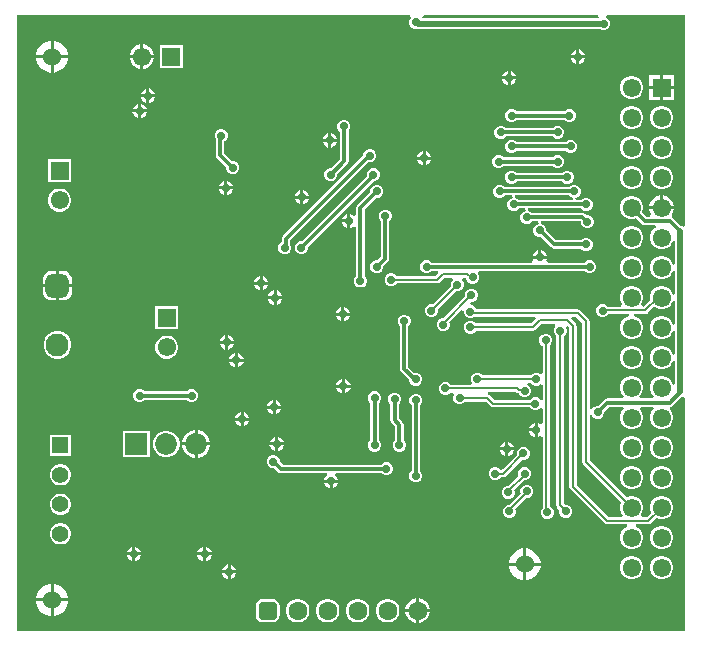
<source format=gbr>
%TF.GenerationSoftware,Altium Limited,Altium Designer,25.5.2 (35)*%
G04 Layer_Physical_Order=2*
G04 Layer_Color=16711680*
%FSLAX45Y45*%
%MOMM*%
%TF.SameCoordinates,99CC5E96-0F24-47E5-947C-7A4A978C6F15*%
%TF.FilePolarity,Positive*%
%TF.FileFunction,Copper,L2,Bot,Signal*%
%TF.Part,Single*%
G01*
G75*
%TA.AperFunction,Conductor*%
%ADD10C,0.50000*%
%ADD11C,0.30000*%
%ADD33C,0.20000*%
%TA.AperFunction,ComponentPad*%
%ADD36C,1.60000*%
%TA.AperFunction,ViaPad*%
%ADD37C,1.52400*%
%TA.AperFunction,ComponentPad*%
%ADD38C,1.85000*%
G04:AMPARAMS|DCode=39|XSize=1.95mm|YSize=1.95mm|CornerRadius=0.4875mm|HoleSize=0mm|Usage=FLASHONLY|Rotation=270.000|XOffset=0mm|YOffset=0mm|HoleType=Round|Shape=RoundedRectangle|*
%AMROUNDEDRECTD39*
21,1,1.95000,0.97500,0,0,270.0*
21,1,0.97500,1.95000,0,0,270.0*
1,1,0.97500,-0.48750,-0.48750*
1,1,0.97500,-0.48750,0.48750*
1,1,0.97500,0.48750,0.48750*
1,1,0.97500,0.48750,-0.48750*
%
%ADD39ROUNDEDRECTD39*%
%ADD40C,1.55000*%
%ADD41R,1.55000X1.55000*%
G04:AMPARAMS|DCode=42|XSize=1.6mm|YSize=1.6mm|CornerRadius=0.4mm|HoleSize=0mm|Usage=FLASHONLY|Rotation=0.000|XOffset=0mm|YOffset=0mm|HoleType=Round|Shape=RoundedRectangle|*
%AMROUNDEDRECTD42*
21,1,1.60000,0.80000,0,0,0.0*
21,1,0.80000,1.60000,0,0,0.0*
1,1,0.80000,0.40000,-0.40000*
1,1,0.80000,-0.40000,-0.40000*
1,1,0.80000,-0.40000,0.40000*
1,1,0.80000,0.40000,0.40000*
%
%ADD42ROUNDEDRECTD42*%
%ADD43C,1.95000*%
%ADD44C,1.40000*%
%ADD45R,1.40000X1.40000*%
%ADD46R,1.55000X1.55000*%
%ADD47R,1.85000X1.85000*%
%TA.AperFunction,ViaPad*%
%ADD48C,0.70000*%
G36*
X10931498Y10730000D02*
X10927518Y10725882D01*
X9437723D01*
X9434971Y10730000D01*
X9445662Y10750000D01*
X10923012D01*
X10931498Y10730000D01*
D02*
G37*
G36*
X11660000Y8971448D02*
X11640000Y8960757D01*
X11637558Y8962389D01*
X11625724Y8964743D01*
X11555733Y9034734D01*
X11550223Y9038416D01*
X11544408Y9053466D01*
X11544621Y9062769D01*
X11555887Y9082282D01*
X11562900Y9108453D01*
Y9109300D01*
X11460001D01*
X11357100D01*
Y9108453D01*
X11364112Y9082282D01*
X11373983Y9065186D01*
X11365073Y9045186D01*
X11333281D01*
X11295847Y9082620D01*
X11296855Y9084366D01*
X11303500Y9109164D01*
Y9134836D01*
X11296855Y9159634D01*
X11284019Y9181866D01*
X11265866Y9200019D01*
X11243634Y9212855D01*
X11218836Y9219500D01*
X11193164D01*
X11168366Y9212855D01*
X11146134Y9200019D01*
X11127981Y9181866D01*
X11115145Y9159634D01*
X11108500Y9134836D01*
Y9109164D01*
X11115145Y9084366D01*
X11127981Y9062134D01*
X11146134Y9043981D01*
X11168366Y9031145D01*
X11193164Y9024500D01*
X11218836D01*
X11243634Y9031145D01*
X11245380Y9032153D01*
X11293266Y8984267D01*
X11304844Y8976531D01*
X11318500Y8973814D01*
X11408276D01*
X11413635Y8953814D01*
X11400134Y8946019D01*
X11381981Y8927866D01*
X11369145Y8905634D01*
X11362500Y8880836D01*
Y8855164D01*
X11369145Y8830366D01*
X11381981Y8808134D01*
X11400134Y8789981D01*
X11422366Y8777145D01*
X11447164Y8770500D01*
X11472836D01*
X11497634Y8777145D01*
X11519866Y8789981D01*
X11538019Y8808134D01*
X11550855Y8830366D01*
X11554118Y8842544D01*
X11574118Y8839911D01*
Y8642089D01*
X11554118Y8639456D01*
X11550855Y8651634D01*
X11538019Y8673866D01*
X11519866Y8692019D01*
X11497634Y8704855D01*
X11472836Y8711500D01*
X11447164D01*
X11422366Y8704855D01*
X11400134Y8692019D01*
X11381981Y8673866D01*
X11369145Y8651634D01*
X11362500Y8626836D01*
Y8601164D01*
X11369145Y8576366D01*
X11381981Y8554134D01*
X11400134Y8535981D01*
X11422366Y8523145D01*
X11447164Y8516500D01*
X11472836D01*
X11497634Y8523145D01*
X11519866Y8535981D01*
X11538019Y8554134D01*
X11550855Y8576366D01*
X11554118Y8588544D01*
X11574118Y8585911D01*
Y8388089D01*
X11554118Y8385456D01*
X11550855Y8397634D01*
X11538019Y8419866D01*
X11519866Y8438019D01*
X11497634Y8450855D01*
X11472836Y8457500D01*
X11447164D01*
X11422366Y8450855D01*
X11400134Y8438019D01*
X11381981Y8419866D01*
X11369145Y8397634D01*
X11362500Y8372836D01*
Y8347164D01*
X11364910Y8338168D01*
X11310774Y8284032D01*
X11293751Y8285956D01*
X11286301Y8304086D01*
X11296855Y8322366D01*
X11303500Y8347164D01*
Y8372836D01*
X11296855Y8397634D01*
X11284019Y8419866D01*
X11265866Y8438019D01*
X11243634Y8450855D01*
X11218836Y8457500D01*
X11193164D01*
X11168366Y8450855D01*
X11146134Y8438019D01*
X11127981Y8419866D01*
X11115145Y8397634D01*
X11108500Y8372836D01*
Y8347164D01*
X11115145Y8322366D01*
X11126275Y8303088D01*
X11119842Y8283088D01*
X11004694D01*
X10991155Y8296627D01*
X10970940Y8305000D01*
X10949060D01*
X10928845Y8296627D01*
X10913373Y8281155D01*
X10905000Y8260940D01*
Y8239060D01*
X10913373Y8218845D01*
X10928845Y8203373D01*
X10949060Y8195000D01*
X10970940D01*
X10991155Y8203373D01*
X11006626Y8218845D01*
X11007897Y8221912D01*
X11184606D01*
X11187239Y8201912D01*
X11168366Y8196855D01*
X11146134Y8184019D01*
X11127981Y8165866D01*
X11115145Y8143634D01*
X11108500Y8118836D01*
Y8093164D01*
X11115145Y8068366D01*
X11127981Y8046134D01*
X11146134Y8027981D01*
X11168366Y8015145D01*
X11193164Y8008500D01*
X11218836D01*
X11243634Y8015145D01*
X11265866Y8027981D01*
X11284019Y8046134D01*
X11296855Y8068366D01*
X11303500Y8093164D01*
Y8118836D01*
X11296855Y8143634D01*
X11284019Y8165866D01*
X11265866Y8184019D01*
X11243634Y8196855D01*
X11224761Y8201912D01*
X11227394Y8221912D01*
X11322499D01*
X11322500Y8221912D01*
X11334205Y8224241D01*
X11344129Y8230871D01*
X11397686Y8284428D01*
X11400134Y8281981D01*
X11422366Y8269145D01*
X11447164Y8262500D01*
X11472836D01*
X11497634Y8269145D01*
X11519866Y8281981D01*
X11538019Y8300134D01*
X11550855Y8322366D01*
X11554118Y8334544D01*
X11574118Y8331911D01*
Y8134089D01*
X11554118Y8131456D01*
X11550855Y8143634D01*
X11538019Y8165866D01*
X11519866Y8184019D01*
X11497634Y8196855D01*
X11472836Y8203500D01*
X11447164D01*
X11422366Y8196855D01*
X11400134Y8184019D01*
X11381981Y8165866D01*
X11369145Y8143634D01*
X11362500Y8118836D01*
Y8093164D01*
X11369145Y8068366D01*
X11381981Y8046134D01*
X11400134Y8027981D01*
X11422366Y8015145D01*
X11447164Y8008500D01*
X11472836D01*
X11497634Y8015145D01*
X11519866Y8027981D01*
X11538019Y8046134D01*
X11550855Y8068366D01*
X11554118Y8080544D01*
X11574118Y8077911D01*
Y7880089D01*
X11554118Y7877456D01*
X11550855Y7889634D01*
X11538019Y7911866D01*
X11519866Y7930019D01*
X11497634Y7942855D01*
X11472836Y7949500D01*
X11447164D01*
X11422366Y7942855D01*
X11400134Y7930019D01*
X11381981Y7911866D01*
X11369145Y7889634D01*
X11362500Y7864836D01*
Y7839164D01*
X11369145Y7814366D01*
X11381981Y7792134D01*
X11400134Y7773981D01*
X11422366Y7761145D01*
X11447164Y7754500D01*
X11472836D01*
X11497634Y7761145D01*
X11519866Y7773981D01*
X11538019Y7792134D01*
X11550855Y7814366D01*
X11554118Y7826544D01*
X11574118Y7823911D01*
Y7626089D01*
X11554118Y7623456D01*
X11550855Y7635634D01*
X11538019Y7657866D01*
X11519866Y7676019D01*
X11497634Y7688855D01*
X11472836Y7695500D01*
X11447164D01*
X11422366Y7688855D01*
X11400134Y7676019D01*
X11381981Y7657866D01*
X11369145Y7635634D01*
X11362500Y7610836D01*
Y7585164D01*
X11369145Y7560366D01*
X11381981Y7538134D01*
X11394429Y7525686D01*
X11386360Y7505686D01*
X11279640D01*
X11271571Y7525686D01*
X11284019Y7538134D01*
X11296855Y7560366D01*
X11303500Y7585164D01*
Y7610836D01*
X11296855Y7635634D01*
X11284019Y7657866D01*
X11265866Y7676019D01*
X11243634Y7688855D01*
X11218836Y7695500D01*
X11193164D01*
X11168366Y7688855D01*
X11146134Y7676019D01*
X11127981Y7657866D01*
X11115145Y7635634D01*
X11108500Y7610836D01*
Y7585164D01*
X11115145Y7560366D01*
X11127981Y7538134D01*
X11140429Y7525686D01*
X11132360Y7505686D01*
X11000000D01*
X10986344Y7502969D01*
X10974766Y7495234D01*
X10924533Y7445000D01*
X10909060D01*
X10888845Y7436626D01*
X10873373Y7421155D01*
X10870588Y7414429D01*
X10850588Y7418408D01*
Y8159999D01*
X10850588Y8160000D01*
X10848259Y8171705D01*
X10841629Y8181629D01*
X10841628Y8181629D01*
X10771629Y8251629D01*
X10761705Y8258259D01*
X10750000Y8260588D01*
X10749999Y8260588D01*
X9891004D01*
X9886626Y8271155D01*
X9871155Y8286627D01*
X9850940Y8295000D01*
X9845842D01*
X9835640Y8310982D01*
X9834913Y8314325D01*
X9843451Y8325000D01*
X9860940D01*
X9881155Y8333373D01*
X9896627Y8348845D01*
X9905000Y8369060D01*
Y8390940D01*
X9896627Y8411155D01*
X9881155Y8426627D01*
X9860940Y8435000D01*
X9839060D01*
X9818845Y8426627D01*
X9803374Y8411155D01*
X9795000Y8390940D01*
Y8369060D01*
X9795235Y8368493D01*
X9611742Y8185000D01*
X9599060D01*
X9578845Y8176627D01*
X9563374Y8161155D01*
X9555000Y8140940D01*
Y8119060D01*
X9563374Y8098845D01*
X9578845Y8083373D01*
X9599060Y8075000D01*
X9620940D01*
X9641155Y8083373D01*
X9656627Y8098845D01*
X9665000Y8119060D01*
Y8140940D01*
X9661836Y8148578D01*
X9765567Y8252309D01*
X9785000Y8243458D01*
Y8229060D01*
X9793373Y8208845D01*
X9808845Y8193374D01*
X9829060Y8185000D01*
X9850940D01*
X9871155Y8193374D01*
X9877194Y8199412D01*
X10387871D01*
X10396155Y8179412D01*
X10357330Y8140588D01*
X9886861D01*
X9886626Y8141155D01*
X9871155Y8156627D01*
X9850940Y8165000D01*
X9829060D01*
X9808845Y8156627D01*
X9793373Y8141155D01*
X9785000Y8120940D01*
Y8099060D01*
X9793373Y8078845D01*
X9808845Y8063374D01*
X9829060Y8055000D01*
X9850940D01*
X9871155Y8063374D01*
X9886626Y8078845D01*
X9886861Y8079412D01*
X10369999D01*
X10370000Y8079412D01*
X10381705Y8081741D01*
X10391629Y8088371D01*
X10442670Y8139412D01*
X10553346D01*
X10561631Y8119412D01*
X10553373Y8111155D01*
X10545000Y8090940D01*
Y8069060D01*
X10553373Y8048845D01*
X10568845Y8033374D01*
X10569412Y8033139D01*
Y6600002D01*
X10569412Y6600000D01*
X10571741Y6588295D01*
X10578371Y6578371D01*
X10595235Y6561507D01*
X10595000Y6560940D01*
Y6539060D01*
X10603374Y6518845D01*
X10618845Y6503374D01*
X10639060Y6495000D01*
X10660940D01*
X10681155Y6503374D01*
X10696627Y6518845D01*
X10705000Y6539060D01*
Y6560940D01*
X10696627Y6581155D01*
X10681155Y6596627D01*
X10660940Y6605000D01*
X10639060D01*
X10630588Y6622991D01*
Y8033139D01*
X10631155Y8033374D01*
X10646626Y8048845D01*
X10655000Y8069060D01*
Y8090940D01*
X10650474Y8101867D01*
X10659148Y8122560D01*
X10661148Y8124382D01*
X10662159Y8124583D01*
X10679412Y8107330D01*
Y6760001D01*
X10679412Y6760000D01*
X10681741Y6748295D01*
X10688371Y6738371D01*
X10978371Y6448371D01*
X10988295Y6441741D01*
X11000000Y6439412D01*
X11000001Y6439412D01*
X11167812D01*
X11170445Y6419412D01*
X11168366Y6418855D01*
X11146134Y6406019D01*
X11127981Y6387866D01*
X11115145Y6365634D01*
X11108500Y6340836D01*
Y6315164D01*
X11115145Y6290366D01*
X11127981Y6268134D01*
X11146134Y6249981D01*
X11168366Y6237145D01*
X11193164Y6230500D01*
X11218836D01*
X11243634Y6237145D01*
X11265866Y6249981D01*
X11284019Y6268134D01*
X11296855Y6290366D01*
X11303500Y6315164D01*
Y6340836D01*
X11296855Y6365634D01*
X11284019Y6387866D01*
X11265866Y6406019D01*
X11243634Y6418855D01*
X11241555Y6419412D01*
X11244188Y6439412D01*
X11347999D01*
X11348000Y6439412D01*
X11359705Y6441741D01*
X11369629Y6448371D01*
X11416049Y6494792D01*
X11422366Y6491145D01*
X11447164Y6484500D01*
X11472836D01*
X11497634Y6491145D01*
X11519866Y6503981D01*
X11538019Y6522134D01*
X11550855Y6544366D01*
X11557500Y6569164D01*
Y6594836D01*
X11550855Y6619634D01*
X11538019Y6641866D01*
X11519866Y6660019D01*
X11497634Y6672855D01*
X11472836Y6679500D01*
X11447164D01*
X11422366Y6672855D01*
X11400134Y6660019D01*
X11381981Y6641866D01*
X11369145Y6619634D01*
X11362500Y6594836D01*
Y6569164D01*
X11369145Y6544366D01*
X11372792Y6538049D01*
X11335330Y6500588D01*
X11290758D01*
X11282473Y6520588D01*
X11284019Y6522134D01*
X11296855Y6544366D01*
X11303500Y6569164D01*
Y6594836D01*
X11296855Y6619634D01*
X11284019Y6641866D01*
X11265866Y6660019D01*
X11243634Y6672855D01*
X11218836Y6679500D01*
X11193164D01*
X11168366Y6672855D01*
X11162049Y6669208D01*
X10850588Y6980670D01*
Y7361592D01*
X10870588Y7365570D01*
X10873373Y7358845D01*
X10888845Y7343373D01*
X10909060Y7335000D01*
X10930940D01*
X10951155Y7343373D01*
X10966627Y7358845D01*
X10975000Y7379060D01*
Y7394533D01*
X11014782Y7434314D01*
X11130144D01*
X11138429Y7414314D01*
X11127981Y7403866D01*
X11115145Y7381634D01*
X11108500Y7356836D01*
Y7331164D01*
X11115145Y7306366D01*
X11127981Y7284134D01*
X11146134Y7265981D01*
X11168366Y7253145D01*
X11193164Y7246500D01*
X11218836D01*
X11243634Y7253145D01*
X11265866Y7265981D01*
X11284019Y7284134D01*
X11296855Y7306366D01*
X11303500Y7331164D01*
Y7356836D01*
X11296855Y7381634D01*
X11284019Y7403866D01*
X11273571Y7414314D01*
X11281856Y7434314D01*
X11384144D01*
X11392429Y7414314D01*
X11381981Y7403866D01*
X11369145Y7381634D01*
X11362500Y7356836D01*
Y7331164D01*
X11369145Y7306366D01*
X11381981Y7284134D01*
X11400134Y7265981D01*
X11422366Y7253145D01*
X11447164Y7246500D01*
X11472836D01*
X11497634Y7253145D01*
X11519866Y7265981D01*
X11538019Y7284134D01*
X11550855Y7306366D01*
X11557500Y7331164D01*
Y7356836D01*
X11550855Y7381634D01*
X11538019Y7403866D01*
X11527382Y7414503D01*
X11527299Y7418138D01*
X11534374Y7435796D01*
X11540582Y7437031D01*
X11552160Y7444766D01*
X11625724Y7518331D01*
X11637558Y7520685D01*
X11640000Y7522316D01*
X11660000Y7511626D01*
Y5540000D01*
X6000000D01*
Y10750000D01*
X9333934D01*
X9342219Y10730000D01*
X9333374Y10721155D01*
X9325000Y10700940D01*
Y10679060D01*
X9333374Y10658845D01*
X9348845Y10643373D01*
X9369060Y10635000D01*
X9390940D01*
X9390953Y10635005D01*
X9395412Y10634118D01*
X10938100D01*
X10938845Y10633373D01*
X10959060Y10625000D01*
X10980940D01*
X11001155Y10633373D01*
X11016626Y10648845D01*
X11025000Y10669060D01*
Y10690940D01*
X11016626Y10711155D01*
X11001155Y10726627D01*
X10993010Y10730000D01*
X10996989Y10750000D01*
X11660000D01*
Y8971448D01*
D02*
G37*
G36*
X10789412Y8147330D02*
Y6968001D01*
X10789412Y6968000D01*
X10791741Y6956295D01*
X10798371Y6946371D01*
X11118792Y6625951D01*
X11115145Y6619634D01*
X11108500Y6594836D01*
Y6569164D01*
X11115145Y6544366D01*
X11127981Y6522134D01*
X11129527Y6520588D01*
X11121242Y6500588D01*
X11012670D01*
X10740588Y6772670D01*
Y8119999D01*
X10740588Y8120000D01*
X10738259Y8131705D01*
X10731629Y8141629D01*
X10693845Y8179412D01*
X10702130Y8199412D01*
X10737330D01*
X10789412Y8147330D01*
D02*
G37*
%LPC*%
G36*
X10762700Y10460116D02*
Y10412700D01*
X10810116D01*
X10801205Y10434214D01*
X10784214Y10451205D01*
X10762700Y10460116D01*
D02*
G37*
G36*
X10737300D02*
X10715786Y10451205D01*
X10698795Y10434214D01*
X10689884Y10412700D01*
X10737300D01*
Y10460116D01*
D02*
G37*
G36*
X6317826Y10535400D02*
X6312700D01*
Y10412700D01*
X6435400D01*
Y10417826D01*
X6426173Y10452263D01*
X6408347Y10483138D01*
X6383138Y10508347D01*
X6352263Y10526173D01*
X6317826Y10535400D01*
D02*
G37*
G36*
X6287300D02*
X6282174D01*
X6247738Y10526173D01*
X6216863Y10508347D01*
X6191653Y10483138D01*
X6173827Y10452263D01*
X6164600Y10417826D01*
Y10412700D01*
X6287300D01*
Y10535400D01*
D02*
G37*
G36*
X7073547Y10502900D02*
X7072700D01*
Y10412699D01*
X7162900D01*
Y10413547D01*
X7155888Y10439718D01*
X7142341Y10463182D01*
X7123182Y10482340D01*
X7099718Y10495888D01*
X7073547Y10502900D01*
D02*
G37*
G36*
X7047300D02*
X7046453D01*
X7020282Y10495888D01*
X6996818Y10482340D01*
X6977660Y10463182D01*
X6964113Y10439718D01*
X6957100Y10413547D01*
Y10412699D01*
X7047300D01*
Y10502900D01*
D02*
G37*
G36*
X10810116Y10387300D02*
X10762700D01*
Y10339884D01*
X10784214Y10348795D01*
X10801205Y10365786D01*
X10810116Y10387300D01*
D02*
G37*
G36*
X10737300D02*
X10689884D01*
X10698795Y10365786D01*
X10715786Y10348795D01*
X10737300Y10339884D01*
Y10387300D01*
D02*
G37*
G36*
X7407500Y10497500D02*
X7212500D01*
Y10302500D01*
X7407500D01*
Y10497500D01*
D02*
G37*
G36*
X7162900Y10387299D02*
X7072700D01*
Y10297100D01*
X7073547D01*
X7099718Y10304112D01*
X7123182Y10317660D01*
X7142341Y10336818D01*
X7155888Y10360282D01*
X7162900Y10386453D01*
Y10387299D01*
D02*
G37*
G36*
X7047300D02*
X6957100D01*
Y10386453D01*
X6964113Y10360282D01*
X6977660Y10336818D01*
X6996818Y10317660D01*
X7020282Y10304112D01*
X7046453Y10297100D01*
X7047300D01*
Y10387299D01*
D02*
G37*
G36*
X6435400Y10387300D02*
X6312700D01*
Y10264600D01*
X6317826D01*
X6352263Y10273827D01*
X6383138Y10291653D01*
X6408347Y10316863D01*
X6426173Y10347737D01*
X6435400Y10382174D01*
Y10387300D01*
D02*
G37*
G36*
X6287300D02*
X6164600D01*
Y10382174D01*
X6173827Y10347737D01*
X6191653Y10316863D01*
X6216863Y10291653D01*
X6247738Y10273827D01*
X6282174Y10264600D01*
X6287300D01*
Y10387300D01*
D02*
G37*
G36*
X10182700Y10280116D02*
Y10232700D01*
X10230116D01*
X10221205Y10254214D01*
X10204214Y10271205D01*
X10182700Y10280116D01*
D02*
G37*
G36*
X10157300D02*
X10135786Y10271205D01*
X10118795Y10254214D01*
X10109884Y10232700D01*
X10157300D01*
Y10280116D01*
D02*
G37*
G36*
X10230116Y10207300D02*
X10182700D01*
Y10159884D01*
X10204214Y10168795D01*
X10221205Y10185786D01*
X10230116Y10207300D01*
D02*
G37*
G36*
X10157300D02*
X10109884D01*
X10118795Y10185786D01*
X10135786Y10168795D01*
X10157300Y10159884D01*
Y10207300D01*
D02*
G37*
G36*
X11562900Y10240900D02*
X11472701D01*
Y10150700D01*
X11562900D01*
Y10240900D01*
D02*
G37*
G36*
X11447301D02*
X11357100D01*
Y10150700D01*
X11447301D01*
Y10240900D01*
D02*
G37*
G36*
X7122700Y10130116D02*
Y10082700D01*
X7170116D01*
X7161205Y10104214D01*
X7144214Y10121205D01*
X7122700Y10130116D01*
D02*
G37*
G36*
X7097300D02*
X7075786Y10121205D01*
X7058795Y10104214D01*
X7049884Y10082700D01*
X7097300D01*
Y10130116D01*
D02*
G37*
G36*
X11218836Y10235500D02*
X11193164D01*
X11168366Y10228855D01*
X11146134Y10216019D01*
X11127981Y10197866D01*
X11115145Y10175634D01*
X11108500Y10150836D01*
Y10125164D01*
X11115145Y10100366D01*
X11127981Y10078134D01*
X11146134Y10059981D01*
X11168366Y10047145D01*
X11193164Y10040500D01*
X11218836D01*
X11243634Y10047145D01*
X11265866Y10059981D01*
X11284019Y10078134D01*
X11296855Y10100366D01*
X11303500Y10125164D01*
Y10150836D01*
X11296855Y10175634D01*
X11284019Y10197866D01*
X11265866Y10216019D01*
X11243634Y10228855D01*
X11218836Y10235500D01*
D02*
G37*
G36*
X11562900Y10125300D02*
X11472701D01*
Y10035100D01*
X11562900D01*
Y10125300D01*
D02*
G37*
G36*
X11447301D02*
X11357100D01*
Y10035100D01*
X11447301D01*
Y10125300D01*
D02*
G37*
G36*
X7170116Y10057300D02*
X7122700D01*
Y10009884D01*
X7144214Y10018795D01*
X7161205Y10035786D01*
X7170116Y10057300D01*
D02*
G37*
G36*
X7097300D02*
X7049884D01*
X7058795Y10035786D01*
X7075786Y10018795D01*
X7097300Y10009884D01*
Y10057300D01*
D02*
G37*
G36*
X7052700Y10000116D02*
Y9952700D01*
X7100116D01*
X7091205Y9974214D01*
X7074214Y9991205D01*
X7052700Y10000116D01*
D02*
G37*
G36*
X7027300D02*
X7005786Y9991205D01*
X6988795Y9974214D01*
X6979884Y9952700D01*
X7027300D01*
Y10000116D01*
D02*
G37*
G36*
X10690940Y9955000D02*
X10669060D01*
X10648845Y9946627D01*
X10637904Y9935686D01*
X10232096D01*
X10221155Y9946627D01*
X10200940Y9955000D01*
X10179060D01*
X10158845Y9946627D01*
X10143373Y9931155D01*
X10135000Y9910940D01*
Y9889060D01*
X10143373Y9868845D01*
X10158845Y9853373D01*
X10179060Y9845000D01*
X10200940D01*
X10221155Y9853373D01*
X10232096Y9864314D01*
X10637904D01*
X10648845Y9853373D01*
X10669060Y9845000D01*
X10690940D01*
X10711155Y9853373D01*
X10726627Y9868845D01*
X10735000Y9889060D01*
Y9910940D01*
X10726627Y9931155D01*
X10711155Y9946627D01*
X10690940Y9955000D01*
D02*
G37*
G36*
X7100116Y9927300D02*
X7052700D01*
Y9879884D01*
X7074214Y9888795D01*
X7091205Y9905786D01*
X7100116Y9927300D01*
D02*
G37*
G36*
X7027300D02*
X6979884D01*
X6988795Y9905786D01*
X7005786Y9888795D01*
X7027300Y9879884D01*
Y9927300D01*
D02*
G37*
G36*
X10590940Y9815000D02*
X10569060D01*
X10548845Y9806627D01*
X10537904Y9795686D01*
X10142096D01*
X10131155Y9806627D01*
X10110940Y9815000D01*
X10089060D01*
X10068845Y9806627D01*
X10053374Y9791155D01*
X10045000Y9770940D01*
Y9749060D01*
X10053374Y9728845D01*
X10068845Y9713374D01*
X10089060Y9705000D01*
X10110940D01*
X10131155Y9713374D01*
X10142096Y9724314D01*
X10537904D01*
X10548845Y9713374D01*
X10569060Y9705000D01*
X10590940D01*
X10611155Y9713374D01*
X10626626Y9728845D01*
X10635000Y9749060D01*
Y9770940D01*
X10626626Y9791155D01*
X10611155Y9806627D01*
X10590940Y9815000D01*
D02*
G37*
G36*
X11472836Y9981500D02*
X11447164D01*
X11422366Y9974855D01*
X11400134Y9962019D01*
X11381981Y9943866D01*
X11369145Y9921634D01*
X11362500Y9896836D01*
Y9871164D01*
X11369145Y9846366D01*
X11381981Y9824134D01*
X11400134Y9805981D01*
X11422366Y9793145D01*
X11447164Y9786500D01*
X11472836D01*
X11497634Y9793145D01*
X11519866Y9805981D01*
X11538019Y9824134D01*
X11550855Y9846366D01*
X11557500Y9871164D01*
Y9896836D01*
X11550855Y9921634D01*
X11538019Y9943866D01*
X11519866Y9962019D01*
X11497634Y9974855D01*
X11472836Y9981500D01*
D02*
G37*
G36*
X11218836D02*
X11193164D01*
X11168366Y9974855D01*
X11146134Y9962019D01*
X11127981Y9943866D01*
X11115145Y9921634D01*
X11108500Y9896836D01*
Y9871164D01*
X11115145Y9846366D01*
X11127981Y9824134D01*
X11146134Y9805981D01*
X11168366Y9793145D01*
X11193164Y9786500D01*
X11218836D01*
X11243634Y9793145D01*
X11265866Y9805981D01*
X11284019Y9824134D01*
X11296855Y9846366D01*
X11303500Y9871164D01*
Y9896836D01*
X11296855Y9921634D01*
X11284019Y9943866D01*
X11265866Y9962019D01*
X11243634Y9974855D01*
X11218836Y9981500D01*
D02*
G37*
G36*
X8662700Y9750116D02*
Y9702700D01*
X8710116D01*
X8701205Y9724214D01*
X8684214Y9741205D01*
X8662700Y9750116D01*
D02*
G37*
G36*
X8637300D02*
X8615786Y9741205D01*
X8598795Y9724214D01*
X8589884Y9702700D01*
X8637300D01*
Y9750116D01*
D02*
G37*
G36*
X10700940Y9695000D02*
X10679060D01*
X10658845Y9686627D01*
X10647904Y9675686D01*
X10232096D01*
X10221155Y9686627D01*
X10200940Y9695000D01*
X10179060D01*
X10158845Y9686627D01*
X10143373Y9671155D01*
X10135000Y9650940D01*
Y9629060D01*
X10143373Y9608845D01*
X10158845Y9593373D01*
X10179060Y9585000D01*
X10200940D01*
X10221155Y9593373D01*
X10232096Y9604314D01*
X10647904D01*
X10658845Y9593373D01*
X10679060Y9585000D01*
X10700940D01*
X10721155Y9593373D01*
X10736626Y9608845D01*
X10745000Y9629060D01*
Y9650940D01*
X10736626Y9671155D01*
X10721155Y9686627D01*
X10700940Y9695000D01*
D02*
G37*
G36*
X8710116Y9677300D02*
X8662700D01*
Y9629884D01*
X8684214Y9638795D01*
X8701205Y9655786D01*
X8710116Y9677300D01*
D02*
G37*
G36*
X8637300D02*
X8589884D01*
X8598795Y9655786D01*
X8615786Y9638795D01*
X8637300Y9629884D01*
Y9677300D01*
D02*
G37*
G36*
X9462700Y9600116D02*
Y9552700D01*
X9510116D01*
X9501205Y9574214D01*
X9484214Y9591205D01*
X9462700Y9600116D01*
D02*
G37*
G36*
X9437300D02*
X9415786Y9591205D01*
X9398795Y9574214D01*
X9389884Y9552700D01*
X9437300D01*
Y9600116D01*
D02*
G37*
G36*
X10590940Y9565000D02*
X10569060D01*
X10548845Y9556627D01*
X10537904Y9545686D01*
X10122096D01*
X10111155Y9556627D01*
X10090940Y9565000D01*
X10069060D01*
X10048845Y9556627D01*
X10033373Y9541155D01*
X10025000Y9520940D01*
Y9499060D01*
X10033373Y9478845D01*
X10048845Y9463374D01*
X10069060Y9455000D01*
X10090940D01*
X10111155Y9463374D01*
X10122096Y9474314D01*
X10537904D01*
X10548845Y9463374D01*
X10569060Y9455000D01*
X10590940D01*
X10611155Y9463374D01*
X10626626Y9478845D01*
X10635000Y9499060D01*
Y9520940D01*
X10626626Y9541155D01*
X10611155Y9556627D01*
X10590940Y9565000D01*
D02*
G37*
G36*
X11472836Y9727500D02*
X11447164D01*
X11422366Y9720855D01*
X11400134Y9708019D01*
X11381981Y9689866D01*
X11369145Y9667634D01*
X11362500Y9642836D01*
Y9617164D01*
X11369145Y9592366D01*
X11381981Y9570134D01*
X11400134Y9551981D01*
X11422366Y9539145D01*
X11447164Y9532500D01*
X11472836D01*
X11497634Y9539145D01*
X11519866Y9551981D01*
X11538019Y9570134D01*
X11550855Y9592366D01*
X11557500Y9617164D01*
Y9642836D01*
X11550855Y9667634D01*
X11538019Y9689866D01*
X11519866Y9708019D01*
X11497634Y9720855D01*
X11472836Y9727500D01*
D02*
G37*
G36*
X11218836D02*
X11193164D01*
X11168366Y9720855D01*
X11146134Y9708019D01*
X11127981Y9689866D01*
X11115145Y9667634D01*
X11108500Y9642836D01*
Y9617164D01*
X11115145Y9592366D01*
X11127981Y9570134D01*
X11146134Y9551981D01*
X11168366Y9539145D01*
X11193164Y9532500D01*
X11218836D01*
X11243634Y9539145D01*
X11265866Y9551981D01*
X11284019Y9570134D01*
X11296855Y9592366D01*
X11303500Y9617164D01*
Y9642836D01*
X11296855Y9667634D01*
X11284019Y9689866D01*
X11265866Y9708019D01*
X11243634Y9720855D01*
X11218836Y9727500D01*
D02*
G37*
G36*
X9000940Y9615000D02*
X8979060D01*
X8958845Y9606626D01*
X8943374Y9591155D01*
X8935000Y9570940D01*
Y9564643D01*
X8252420Y8882063D01*
X8244684Y8870486D01*
X8241968Y8856829D01*
Y8827920D01*
X8238845Y8826626D01*
X8223373Y8811155D01*
X8215000Y8790940D01*
Y8769060D01*
X8223373Y8748845D01*
X8238845Y8733373D01*
X8259060Y8725000D01*
X8280940D01*
X8301155Y8733373D01*
X8316626Y8748845D01*
X8325000Y8769060D01*
Y8790940D01*
X8316626Y8811155D01*
X8313339Y8814442D01*
Y8842048D01*
X8977102Y9505811D01*
X8979060Y9505000D01*
X9000940D01*
X9021155Y9513373D01*
X9036627Y9528845D01*
X9045000Y9549060D01*
Y9570940D01*
X9036627Y9591155D01*
X9021155Y9606626D01*
X9000940Y9615000D01*
D02*
G37*
G36*
X9510116Y9527300D02*
X9462700D01*
Y9479884D01*
X9484214Y9488795D01*
X9501205Y9505786D01*
X9510116Y9527300D01*
D02*
G37*
G36*
X9437300D02*
X9389884D01*
X9398795Y9505786D01*
X9415786Y9488795D01*
X9437300Y9479884D01*
Y9527300D01*
D02*
G37*
G36*
X10670940Y9435000D02*
X10649060D01*
X10628845Y9426627D01*
X10617904Y9415686D01*
X10232096D01*
X10221155Y9426627D01*
X10200940Y9435000D01*
X10179060D01*
X10158845Y9426627D01*
X10143373Y9411155D01*
X10135000Y9390940D01*
Y9369060D01*
X10143373Y9348845D01*
X10158845Y9333374D01*
X10179060Y9325000D01*
X10200940D01*
X10221155Y9333374D01*
X10232096Y9344314D01*
X10617904D01*
X10628845Y9333374D01*
X10649060Y9325000D01*
X10670940D01*
X10691155Y9333374D01*
X10706627Y9348845D01*
X10715000Y9369060D01*
Y9390940D01*
X10706627Y9411155D01*
X10691155Y9426627D01*
X10670940Y9435000D01*
D02*
G37*
G36*
X7740940Y9785000D02*
X7719060D01*
X7698845Y9776627D01*
X7683374Y9761155D01*
X7675000Y9740940D01*
Y9719060D01*
X7683374Y9698845D01*
X7686661Y9695558D01*
Y9567653D01*
X7689377Y9553997D01*
X7697113Y9542420D01*
X7775000Y9464533D01*
Y9449060D01*
X7783374Y9428845D01*
X7798845Y9413373D01*
X7819060Y9405000D01*
X7840940D01*
X7861155Y9413373D01*
X7876627Y9428845D01*
X7885000Y9449060D01*
Y9470940D01*
X7876627Y9491155D01*
X7861155Y9506626D01*
X7840940Y9515000D01*
X7825467D01*
X7758032Y9582435D01*
Y9682080D01*
X7761155Y9683374D01*
X7776627Y9698845D01*
X7785000Y9719060D01*
Y9740940D01*
X7776627Y9761155D01*
X7761155Y9776627D01*
X7740940Y9785000D01*
D02*
G37*
G36*
X8780940Y9865000D02*
X8759060D01*
X8738845Y9856626D01*
X8723373Y9841155D01*
X8715000Y9820940D01*
Y9799060D01*
X8723373Y9778845D01*
X8738845Y9763373D01*
X8739314Y9763179D01*
Y9529781D01*
X8664533Y9455000D01*
X8649060D01*
X8628845Y9446627D01*
X8613373Y9431155D01*
X8605000Y9410940D01*
Y9389060D01*
X8613373Y9368845D01*
X8628845Y9353373D01*
X8649060Y9345000D01*
X8670940D01*
X8691155Y9353373D01*
X8706626Y9368845D01*
X8715000Y9389060D01*
Y9404533D01*
X8800233Y9489766D01*
X8807969Y9501343D01*
X8810685Y9515000D01*
Y9772904D01*
X8816627Y9778845D01*
X8825000Y9799060D01*
Y9820940D01*
X8816627Y9841155D01*
X8801155Y9856626D01*
X8780940Y9865000D01*
D02*
G37*
G36*
X6460000Y9532500D02*
X6265000D01*
Y9337500D01*
X6460000D01*
Y9532500D01*
D02*
G37*
G36*
X7782700Y9350116D02*
Y9302700D01*
X7830116D01*
X7821205Y9324214D01*
X7804214Y9341205D01*
X7782700Y9350116D01*
D02*
G37*
G36*
X7757300D02*
X7735786Y9341205D01*
X7718795Y9324214D01*
X7709884Y9302700D01*
X7757300D01*
Y9350116D01*
D02*
G37*
G36*
X10730940Y9315000D02*
X10709060D01*
X10688845Y9306627D01*
X10677904Y9295686D01*
X10132096D01*
X10121155Y9306627D01*
X10100940Y9315000D01*
X10079060D01*
X10058845Y9306627D01*
X10043373Y9291155D01*
X10035000Y9270940D01*
Y9249060D01*
X10043373Y9228845D01*
X10058845Y9213373D01*
X10079060Y9205000D01*
X10100940D01*
X10121155Y9213373D01*
X10132096Y9224314D01*
X10197405D01*
X10199060Y9205000D01*
X10178845Y9196627D01*
X10163373Y9181155D01*
X10155000Y9160940D01*
Y9139060D01*
X10163373Y9118845D01*
X10178845Y9103373D01*
X10199060Y9095000D01*
X10220940D01*
X10241155Y9103373D01*
X10252096Y9114314D01*
X10307405D01*
X10309060Y9095000D01*
X10288845Y9086626D01*
X10273373Y9071155D01*
X10265000Y9050940D01*
Y9029060D01*
X10273373Y9008845D01*
X10288845Y8993373D01*
X10309060Y8985000D01*
X10330940D01*
X10351155Y8993373D01*
X10362096Y9004314D01*
X10417405D01*
X10419060Y8985000D01*
X10398845Y8976626D01*
X10383373Y8961155D01*
X10375000Y8940940D01*
Y8919060D01*
X10383373Y8898845D01*
X10398845Y8883373D01*
X10419060Y8875000D01*
X10434533D01*
X10524766Y8784766D01*
X10536344Y8777031D01*
X10550000Y8774314D01*
X10777904D01*
X10788845Y8763373D01*
X10809060Y8755000D01*
X10830940D01*
X10851155Y8763373D01*
X10866626Y8778845D01*
X10875000Y8799060D01*
Y8820940D01*
X10866626Y8841155D01*
X10851155Y8856626D01*
X10830940Y8865000D01*
X10809060D01*
X10788845Y8856626D01*
X10777904Y8845686D01*
X10564782D01*
X10485000Y8925467D01*
Y8940940D01*
X10476626Y8961155D01*
X10461155Y8976626D01*
X10440940Y8985000D01*
X10442595Y9004314D01*
X10775000D01*
Y8989060D01*
X10783373Y8968845D01*
X10798845Y8953374D01*
X10819060Y8945000D01*
X10840940D01*
X10861155Y8953374D01*
X10876626Y8968845D01*
X10885000Y8989060D01*
Y9010940D01*
X10876626Y9031155D01*
X10861155Y9046627D01*
X10840940Y9055000D01*
X10825467D01*
X10815234Y9065234D01*
X10803656Y9072969D01*
X10790000Y9075686D01*
X10362096D01*
X10351155Y9086626D01*
X10330940Y9095000D01*
X10332595Y9114314D01*
X10777904D01*
X10788845Y9103373D01*
X10809060Y9095000D01*
X10830940D01*
X10851155Y9103373D01*
X10866626Y9118845D01*
X10875000Y9139060D01*
Y9160940D01*
X10866626Y9181155D01*
X10851155Y9196627D01*
X10830940Y9205000D01*
X10809060D01*
X10788845Y9196627D01*
X10777904Y9185686D01*
X10732595D01*
X10730940Y9205000D01*
X10751155Y9213373D01*
X10766626Y9228845D01*
X10775000Y9249060D01*
Y9270940D01*
X10766626Y9291155D01*
X10751155Y9306627D01*
X10730940Y9315000D01*
D02*
G37*
G36*
X11472836Y9473500D02*
X11447164D01*
X11422366Y9466855D01*
X11400134Y9454019D01*
X11381981Y9435866D01*
X11369145Y9413634D01*
X11362500Y9388836D01*
Y9363164D01*
X11369145Y9338366D01*
X11381981Y9316134D01*
X11400134Y9297981D01*
X11422366Y9285145D01*
X11447164Y9278500D01*
X11472836D01*
X11497634Y9285145D01*
X11519866Y9297981D01*
X11538019Y9316134D01*
X11550855Y9338366D01*
X11557500Y9363164D01*
Y9388836D01*
X11550855Y9413634D01*
X11538019Y9435866D01*
X11519866Y9454019D01*
X11497634Y9466855D01*
X11472836Y9473500D01*
D02*
G37*
G36*
X11218836D02*
X11193164D01*
X11168366Y9466855D01*
X11146134Y9454019D01*
X11127981Y9435866D01*
X11115145Y9413634D01*
X11108500Y9388836D01*
Y9363164D01*
X11115145Y9338366D01*
X11127981Y9316134D01*
X11146134Y9297981D01*
X11168366Y9285145D01*
X11193164Y9278500D01*
X11218836D01*
X11243634Y9285145D01*
X11265866Y9297981D01*
X11284019Y9316134D01*
X11296855Y9338366D01*
X11303500Y9363164D01*
Y9388836D01*
X11296855Y9413634D01*
X11284019Y9435866D01*
X11265866Y9454019D01*
X11243634Y9466855D01*
X11218836Y9473500D01*
D02*
G37*
G36*
X7830116Y9277300D02*
X7782700D01*
Y9229884D01*
X7804214Y9238795D01*
X7821205Y9255786D01*
X7830116Y9277300D01*
D02*
G37*
G36*
X7757300D02*
X7709884D01*
X7718795Y9255786D01*
X7735786Y9238795D01*
X7757300Y9229884D01*
Y9277300D01*
D02*
G37*
G36*
X8427700Y9270116D02*
Y9222700D01*
X8475116D01*
X8466205Y9244214D01*
X8449214Y9261204D01*
X8427700Y9270116D01*
D02*
G37*
G36*
X8402300D02*
X8380786Y9261204D01*
X8363796Y9244214D01*
X8354884Y9222700D01*
X8402300D01*
Y9270116D01*
D02*
G37*
G36*
X8475116Y9197300D02*
X8427700D01*
Y9149884D01*
X8449214Y9158795D01*
X8466205Y9175786D01*
X8475116Y9197300D01*
D02*
G37*
G36*
X8402300D02*
X8354884D01*
X8363796Y9175786D01*
X8380786Y9158795D01*
X8402300Y9149884D01*
Y9197300D01*
D02*
G37*
G36*
X11473547Y9224900D02*
X11472701D01*
Y9134700D01*
X11562900D01*
Y9135547D01*
X11555887Y9161718D01*
X11542340Y9185182D01*
X11523182Y9204340D01*
X11499718Y9217888D01*
X11473547Y9224900D01*
D02*
G37*
G36*
X11447301D02*
X11446453D01*
X11420282Y9217888D01*
X11396818Y9204340D01*
X11377659Y9185182D01*
X11364112Y9161718D01*
X11357100Y9135547D01*
Y9134700D01*
X11447301D01*
Y9224900D01*
D02*
G37*
G36*
X6375336Y9282500D02*
X6349664D01*
X6324866Y9275855D01*
X6302634Y9263019D01*
X6284481Y9244866D01*
X6271645Y9222634D01*
X6265000Y9197836D01*
Y9172164D01*
X6271645Y9147366D01*
X6284481Y9125134D01*
X6302634Y9106981D01*
X6324866Y9094145D01*
X6349664Y9087500D01*
X6375336D01*
X6400134Y9094145D01*
X6422366Y9106981D01*
X6440520Y9125134D01*
X6453355Y9147366D01*
X6460000Y9172164D01*
Y9197836D01*
X6453355Y9222634D01*
X6440520Y9244866D01*
X6422366Y9263019D01*
X6400134Y9275855D01*
X6375336Y9282500D01*
D02*
G37*
G36*
X9060940Y9315000D02*
X9039060D01*
X9018845Y9306627D01*
X9003373Y9291155D01*
X8995000Y9270940D01*
Y9255467D01*
X8884766Y9145234D01*
X8877031Y9133656D01*
X8874314Y9120000D01*
Y9059389D01*
X8854314Y9051104D01*
X8844214Y9061205D01*
X8822700Y9070116D01*
Y9010000D01*
Y8949884D01*
X8844214Y8958795D01*
X8854314Y8968896D01*
X8874314Y8960611D01*
Y8542096D01*
X8863373Y8531155D01*
X8855000Y8510940D01*
Y8489060D01*
X8863373Y8468845D01*
X8878845Y8453373D01*
X8899060Y8445000D01*
X8920940D01*
X8941155Y8453373D01*
X8956626Y8468845D01*
X8965000Y8489060D01*
Y8510940D01*
X8956626Y8531155D01*
X8945686Y8542096D01*
Y9105219D01*
X9045467Y9205000D01*
X9060940D01*
X9081155Y9213373D01*
X9096626Y9228845D01*
X9105000Y9249060D01*
Y9270940D01*
X9096626Y9291155D01*
X9081155Y9306627D01*
X9060940Y9315000D01*
D02*
G37*
G36*
X8797300Y9070116D02*
X8775786Y9061205D01*
X8758795Y9044214D01*
X8749884Y9022700D01*
X8797300D01*
Y9070116D01*
D02*
G37*
G36*
Y8997300D02*
X8749884D01*
X8758795Y8975786D01*
X8775786Y8958795D01*
X8797300Y8949884D01*
Y8997300D01*
D02*
G37*
G36*
X11218836Y8965500D02*
X11193164D01*
X11168366Y8958855D01*
X11146134Y8946019D01*
X11127981Y8927866D01*
X11115145Y8905634D01*
X11108500Y8880836D01*
Y8855164D01*
X11115145Y8830366D01*
X11127981Y8808134D01*
X11146134Y8789981D01*
X11168366Y8777145D01*
X11193164Y8770500D01*
X11218836D01*
X11243634Y8777145D01*
X11265866Y8789981D01*
X11284019Y8808134D01*
X11296855Y8830366D01*
X11303500Y8855164D01*
Y8880836D01*
X11296855Y8905634D01*
X11284019Y8927866D01*
X11265866Y8946019D01*
X11243634Y8958855D01*
X11218836Y8965500D01*
D02*
G37*
G36*
X9030940Y9455000D02*
X9009060D01*
X8988845Y9446627D01*
X8973373Y9431155D01*
X8965000Y9410940D01*
Y9389060D01*
X8966052Y9386520D01*
X8414533Y8835000D01*
X8399060D01*
X8378845Y8826626D01*
X8363373Y8811155D01*
X8355000Y8790940D01*
Y8769060D01*
X8363373Y8748845D01*
X8378845Y8733373D01*
X8399060Y8725000D01*
X8420940D01*
X8441155Y8733373D01*
X8456626Y8748845D01*
X8465000Y8769060D01*
Y8784533D01*
X9025467Y9345000D01*
X9030940D01*
X9051155Y9353373D01*
X9066627Y9368845D01*
X9075000Y9389060D01*
Y9410940D01*
X9066627Y9431155D01*
X9051155Y9446627D01*
X9030940Y9455000D01*
D02*
G37*
G36*
X10442700Y8760116D02*
Y8712700D01*
X10490116D01*
X10481205Y8734214D01*
X10464214Y8751205D01*
X10442700Y8760116D01*
D02*
G37*
G36*
X10417300D02*
X10395786Y8751205D01*
X10378795Y8734214D01*
X10369884Y8712700D01*
X10417300D01*
Y8760116D01*
D02*
G37*
G36*
X10490116Y8687300D02*
X10369884D01*
X10374695Y8675686D01*
X10362765Y8655686D01*
X9512096D01*
X9501155Y8666627D01*
X9480940Y8675000D01*
X9459060D01*
X9438845Y8666627D01*
X9423374Y8651155D01*
X9415000Y8630940D01*
Y8609060D01*
X9423374Y8588845D01*
X9438845Y8573374D01*
X9459060Y8565000D01*
X9480940D01*
X9501155Y8573374D01*
X9512096Y8584314D01*
X9562772D01*
X9571057Y8564314D01*
X9547330Y8540588D01*
X9216861D01*
X9216626Y8541155D01*
X9201155Y8556627D01*
X9180940Y8565000D01*
X9159060D01*
X9138845Y8556627D01*
X9123373Y8541155D01*
X9115000Y8520940D01*
Y8499060D01*
X9123373Y8478845D01*
X9138845Y8463373D01*
X9159060Y8455000D01*
X9180940D01*
X9201155Y8463373D01*
X9216626Y8478845D01*
X9216861Y8479412D01*
X9559999D01*
X9560000Y8479412D01*
X9571706Y8481741D01*
X9581629Y8488371D01*
X9622670Y8529412D01*
X9683346D01*
X9691631Y8509412D01*
X9683374Y8501155D01*
X9675000Y8480940D01*
Y8459060D01*
X9675235Y8458493D01*
X9521507Y8304765D01*
X9520940Y8305000D01*
X9499060D01*
X9478845Y8296627D01*
X9463374Y8281155D01*
X9455000Y8260940D01*
Y8239060D01*
X9463374Y8218845D01*
X9478845Y8203373D01*
X9499060Y8195000D01*
X9520940D01*
X9541155Y8203373D01*
X9556627Y8218845D01*
X9565000Y8239060D01*
Y8260940D01*
X9564765Y8261507D01*
X9718493Y8415235D01*
X9719060Y8415000D01*
X9740940D01*
X9761155Y8423374D01*
X9776627Y8438845D01*
X9785000Y8459060D01*
Y8480940D01*
X9776627Y8501155D01*
X9768369Y8509412D01*
X9776654Y8529412D01*
X9803800D01*
X9805000Y8528212D01*
Y8519060D01*
X9813374Y8498845D01*
X9828845Y8483373D01*
X9849060Y8475000D01*
X9870940D01*
X9891155Y8483373D01*
X9906627Y8498845D01*
X9915000Y8519060D01*
Y8540940D01*
X9906627Y8561155D01*
X9903467Y8564314D01*
X9911752Y8584314D01*
X10807904D01*
X10818845Y8573374D01*
X10839060Y8565000D01*
X10860940D01*
X10881155Y8573374D01*
X10896626Y8588845D01*
X10905000Y8609060D01*
Y8630940D01*
X10896626Y8651155D01*
X10881155Y8666627D01*
X10860940Y8675000D01*
X10839060D01*
X10818845Y8666627D01*
X10807904Y8655686D01*
X10497235D01*
X10485305Y8675686D01*
X10490116Y8687300D01*
D02*
G37*
G36*
X9130940Y9105000D02*
X9109060D01*
X9088845Y9096626D01*
X9073374Y9081155D01*
X9065000Y9060940D01*
Y9039060D01*
X9073374Y9018845D01*
X9084314Y9007904D01*
Y8704782D01*
X9054533Y8675000D01*
X9039060D01*
X9018845Y8666627D01*
X9003373Y8651155D01*
X8995000Y8630940D01*
Y8609060D01*
X9003373Y8588845D01*
X9018845Y8573374D01*
X9039060Y8565000D01*
X9060940D01*
X9081155Y8573374D01*
X9096626Y8588845D01*
X9105000Y8609060D01*
Y8624533D01*
X9145234Y8664767D01*
X9152969Y8676344D01*
X9155686Y8690000D01*
Y9007904D01*
X9166627Y9018845D01*
X9175000Y9039060D01*
Y9060940D01*
X9166627Y9081155D01*
X9151155Y9096626D01*
X9130940Y9105000D01*
D02*
G37*
G36*
X11218836Y8711500D02*
X11193164D01*
X11168366Y8704855D01*
X11146134Y8692019D01*
X11127981Y8673866D01*
X11115145Y8651634D01*
X11108500Y8626836D01*
Y8601164D01*
X11115145Y8576366D01*
X11127981Y8554134D01*
X11146134Y8535981D01*
X11168366Y8523145D01*
X11193164Y8516500D01*
X11218836D01*
X11243634Y8523145D01*
X11265866Y8535981D01*
X11284019Y8554134D01*
X11296855Y8576366D01*
X11303500Y8601164D01*
Y8626836D01*
X11296855Y8651634D01*
X11284019Y8673866D01*
X11265866Y8692019D01*
X11243634Y8704855D01*
X11218836Y8711500D01*
D02*
G37*
G36*
X8082700Y8540116D02*
Y8492700D01*
X8130116D01*
X8121205Y8514214D01*
X8104214Y8531205D01*
X8082700Y8540116D01*
D02*
G37*
G36*
X8057300D02*
X8035786Y8531205D01*
X8018795Y8514214D01*
X8009884Y8492700D01*
X8057300D01*
Y8540116D01*
D02*
G37*
G36*
X6393748Y8583539D02*
X6357698D01*
Y8472699D01*
X6468537D01*
Y8508750D01*
X6465989Y8528107D01*
X6458517Y8546144D01*
X6446632Y8561634D01*
X6431143Y8573519D01*
X6413105Y8580991D01*
X6393748Y8583539D01*
D02*
G37*
G36*
X6332298D02*
X6296248D01*
X6276891Y8580991D01*
X6258853Y8573519D01*
X6243363Y8561634D01*
X6231478Y8546144D01*
X6224006Y8528107D01*
X6221458Y8508750D01*
Y8472699D01*
X6332298D01*
Y8583539D01*
D02*
G37*
G36*
X8130116Y8467300D02*
X8082700D01*
Y8419884D01*
X8104214Y8428795D01*
X8121205Y8445786D01*
X8130116Y8467300D01*
D02*
G37*
G36*
X8057300D02*
X8009884D01*
X8018795Y8445786D01*
X8035786Y8428795D01*
X8057300Y8419884D01*
Y8467300D01*
D02*
G37*
G36*
X8202700Y8420116D02*
Y8372700D01*
X8250116D01*
X8241204Y8394214D01*
X8224214Y8411205D01*
X8202700Y8420116D01*
D02*
G37*
G36*
X8177300D02*
X8155786Y8411205D01*
X8138795Y8394214D01*
X8129884Y8372700D01*
X8177300D01*
Y8420116D01*
D02*
G37*
G36*
X6468537Y8447299D02*
X6357698D01*
Y8336460D01*
X6393748D01*
X6413105Y8339008D01*
X6431143Y8346480D01*
X6446632Y8358365D01*
X6458517Y8373855D01*
X6465989Y8391893D01*
X6468537Y8411250D01*
Y8447299D01*
D02*
G37*
G36*
X6332298D02*
X6221458D01*
Y8411250D01*
X6224006Y8391893D01*
X6231478Y8373855D01*
X6243363Y8358365D01*
X6258853Y8346480D01*
X6276891Y8339008D01*
X6296248Y8336460D01*
X6332298D01*
Y8447299D01*
D02*
G37*
G36*
X8250116Y8347300D02*
X8202700D01*
Y8299884D01*
X8224214Y8308795D01*
X8241204Y8325786D01*
X8250116Y8347300D01*
D02*
G37*
G36*
X8177300D02*
X8129884D01*
X8138795Y8325786D01*
X8155786Y8308795D01*
X8177300Y8299884D01*
Y8347300D01*
D02*
G37*
G36*
X8772700Y8280116D02*
Y8232700D01*
X8820116D01*
X8811205Y8254214D01*
X8794214Y8271205D01*
X8772700Y8280116D01*
D02*
G37*
G36*
X8747300D02*
X8725786Y8271205D01*
X8708795Y8254214D01*
X8699884Y8232700D01*
X8747300D01*
Y8280116D01*
D02*
G37*
G36*
X8820116Y8207300D02*
X8772700D01*
Y8159884D01*
X8794214Y8168795D01*
X8811205Y8185786D01*
X8820116Y8207300D01*
D02*
G37*
G36*
X8747300D02*
X8699884D01*
X8708795Y8185786D01*
X8725786Y8168795D01*
X8747300Y8159884D01*
Y8207300D01*
D02*
G37*
G36*
X7367500Y8287500D02*
X7172500D01*
Y8092500D01*
X7367500D01*
Y8287500D01*
D02*
G37*
G36*
X7792700Y8040116D02*
Y7992700D01*
X7840116D01*
X7831205Y8014214D01*
X7814214Y8031205D01*
X7792700Y8040116D01*
D02*
G37*
G36*
X7767300D02*
X7745786Y8031205D01*
X7728795Y8014214D01*
X7719884Y7992700D01*
X7767300D01*
Y8040116D01*
D02*
G37*
G36*
X7840116Y7967300D02*
X7792700D01*
Y7919884D01*
X7814214Y7928795D01*
X7831205Y7945786D01*
X7840116Y7967300D01*
D02*
G37*
G36*
X7767300D02*
X7719884D01*
X7728795Y7945786D01*
X7745786Y7928795D01*
X7767300Y7919884D01*
Y7967300D01*
D02*
G37*
G36*
X7872700Y7890116D02*
Y7842700D01*
X7920116D01*
X7911205Y7864214D01*
X7894214Y7881205D01*
X7872700Y7890116D01*
D02*
G37*
G36*
X7847300D02*
X7825786Y7881205D01*
X7808795Y7864214D01*
X7799884Y7842700D01*
X7847300D01*
Y7890116D01*
D02*
G37*
G36*
X6360467Y8077500D02*
X6329529D01*
X6299644Y8069493D01*
X6272851Y8054024D01*
X6250974Y8032147D01*
X6235505Y8005354D01*
X6227498Y7975470D01*
Y7944531D01*
X6235505Y7914647D01*
X6250974Y7887854D01*
X6272851Y7865977D01*
X6299644Y7850508D01*
X6329529Y7842501D01*
X6360467D01*
X6390351Y7850508D01*
X6417144Y7865977D01*
X6439021Y7887854D01*
X6454490Y7914647D01*
X6462498Y7944531D01*
Y7975470D01*
X6454490Y8005354D01*
X6439021Y8032147D01*
X6417144Y8054024D01*
X6390351Y8069493D01*
X6360467Y8077500D01*
D02*
G37*
G36*
X7282836Y8037500D02*
X7257164D01*
X7232366Y8030855D01*
X7210134Y8018020D01*
X7191981Y7999866D01*
X7179145Y7977634D01*
X7172500Y7952836D01*
Y7927164D01*
X7179145Y7902366D01*
X7191981Y7880134D01*
X7210134Y7861981D01*
X7232366Y7849145D01*
X7257164Y7842500D01*
X7282836D01*
X7307634Y7849145D01*
X7329866Y7861981D01*
X7348019Y7880134D01*
X7360855Y7902366D01*
X7367500Y7927164D01*
Y7952836D01*
X7360855Y7977634D01*
X7348019Y7999866D01*
X7329866Y8018020D01*
X7307634Y8030855D01*
X7282836Y8037500D01*
D02*
G37*
G36*
X7920116Y7817300D02*
X7872700D01*
Y7769884D01*
X7894214Y7778795D01*
X7911205Y7795786D01*
X7920116Y7817300D01*
D02*
G37*
G36*
X7847300D02*
X7799884D01*
X7808795Y7795786D01*
X7825786Y7778795D01*
X7847300Y7769884D01*
Y7817300D01*
D02*
G37*
G36*
X11218836Y7949500D02*
X11193164D01*
X11168366Y7942855D01*
X11146134Y7930019D01*
X11127981Y7911866D01*
X11115145Y7889634D01*
X11108500Y7864836D01*
Y7839164D01*
X11115145Y7814366D01*
X11127981Y7792134D01*
X11146134Y7773981D01*
X11168366Y7761145D01*
X11193164Y7754500D01*
X11218836D01*
X11243634Y7761145D01*
X11265866Y7773981D01*
X11284019Y7792134D01*
X11296855Y7814366D01*
X11303500Y7839164D01*
Y7864836D01*
X11296855Y7889634D01*
X11284019Y7911866D01*
X11265866Y7930019D01*
X11243634Y7942855D01*
X11218836Y7949500D01*
D02*
G37*
G36*
X10490940Y8055000D02*
X10469060D01*
X10448845Y8046627D01*
X10433374Y8031155D01*
X10425000Y8010940D01*
Y7989060D01*
X10433374Y7968845D01*
X10448845Y7953373D01*
X10454412Y7951067D01*
Y7721653D01*
X10434412Y7713369D01*
X10431155Y7716626D01*
X10410940Y7725000D01*
X10389060D01*
X10368845Y7716626D01*
X10353374Y7701155D01*
X10353139Y7700588D01*
X9946861D01*
X9946627Y7701155D01*
X9931155Y7716626D01*
X9910940Y7725000D01*
X9889060D01*
X9868845Y7716626D01*
X9853373Y7701155D01*
X9845000Y7680940D01*
Y7659060D01*
X9852652Y7640588D01*
X9849518Y7631825D01*
X9843346Y7620588D01*
X9676862D01*
X9676627Y7621155D01*
X9661155Y7636627D01*
X9640940Y7645000D01*
X9619060D01*
X9598845Y7636627D01*
X9583374Y7621155D01*
X9575000Y7600940D01*
Y7579060D01*
X9583374Y7558845D01*
X9598845Y7543374D01*
X9619060Y7535000D01*
X9640940D01*
X9661155Y7543374D01*
X9674999Y7557218D01*
X9693037Y7555929D01*
X9702319Y7538609D01*
X9695000Y7520940D01*
Y7499060D01*
X9703374Y7478845D01*
X9718845Y7463373D01*
X9739060Y7455000D01*
X9760940D01*
X9781155Y7463373D01*
X9796627Y7478845D01*
X9796862Y7479412D01*
X9972547D01*
X10013588Y7438371D01*
X10023511Y7431741D01*
X10035217Y7429412D01*
X10035218Y7429412D01*
X10343139D01*
X10343374Y7428845D01*
X10358845Y7413374D01*
X10379060Y7405000D01*
X10400940D01*
X10421155Y7413374D01*
X10434412Y7426631D01*
X10444817Y7425002D01*
X10454412Y7420500D01*
Y7299290D01*
X10434412Y7291006D01*
X10434214Y7291205D01*
X10412700Y7300116D01*
Y7240000D01*
Y7179884D01*
X10434214Y7188795D01*
X10434412Y7188994D01*
X10454412Y7180710D01*
Y6582194D01*
X10443374Y6571155D01*
X10435000Y6550940D01*
Y6529060D01*
X10443374Y6508845D01*
X10458845Y6493373D01*
X10479060Y6485000D01*
X10500940D01*
X10521155Y6493373D01*
X10536627Y6508845D01*
X10545000Y6529060D01*
Y6550940D01*
X10536627Y6571155D01*
X10521155Y6586626D01*
X10515588Y6588932D01*
Y7957806D01*
X10526627Y7968845D01*
X10535000Y7989060D01*
Y8010940D01*
X10526627Y8031155D01*
X10511155Y8046627D01*
X10490940Y8055000D01*
D02*
G37*
G36*
X8778800Y7670116D02*
Y7622700D01*
X8826216D01*
X8817304Y7644214D01*
X8800314Y7661205D01*
X8778800Y7670116D01*
D02*
G37*
G36*
X8753400D02*
X8731886Y7661205D01*
X8714895Y7644214D01*
X8705984Y7622700D01*
X8753400D01*
Y7670116D01*
D02*
G37*
G36*
X9290940Y8215000D02*
X9269060D01*
X9248845Y8206626D01*
X9233373Y8191155D01*
X9225000Y8170940D01*
Y8149060D01*
X9233373Y8128845D01*
X9244314Y8117904D01*
Y7759176D01*
X9247031Y7745520D01*
X9254766Y7733942D01*
X9325000Y7663709D01*
Y7659060D01*
X9333374Y7638845D01*
X9348845Y7623373D01*
X9369060Y7615000D01*
X9390940D01*
X9411155Y7623373D01*
X9426627Y7638845D01*
X9435000Y7659060D01*
Y7680940D01*
X9426627Y7701155D01*
X9411155Y7716626D01*
X9390940Y7725000D01*
X9369060D01*
X9365937Y7723706D01*
X9315686Y7773958D01*
Y8117904D01*
X9326627Y8128845D01*
X9335000Y8149060D01*
Y8170940D01*
X9326627Y8191155D01*
X9311155Y8206626D01*
X9290940Y8215000D01*
D02*
G37*
G36*
X7490940Y7585000D02*
X7469060D01*
X7448845Y7576626D01*
X7437904Y7565686D01*
X7082096D01*
X7071155Y7576626D01*
X7050940Y7585000D01*
X7029060D01*
X7008845Y7576626D01*
X6993373Y7561155D01*
X6985000Y7540940D01*
Y7519060D01*
X6993373Y7498845D01*
X7008845Y7483373D01*
X7029060Y7475000D01*
X7050940D01*
X7071155Y7483373D01*
X7082096Y7494314D01*
X7437904D01*
X7448845Y7483373D01*
X7469060Y7475000D01*
X7490940D01*
X7511155Y7483373D01*
X7526627Y7498845D01*
X7535000Y7519060D01*
Y7540940D01*
X7526627Y7561155D01*
X7511155Y7576626D01*
X7490940Y7585000D01*
D02*
G37*
G36*
X8826216Y7597300D02*
X8778800D01*
Y7549884D01*
X8800314Y7558795D01*
X8817304Y7575786D01*
X8826216Y7597300D01*
D02*
G37*
G36*
X8753400D02*
X8705984D01*
X8714895Y7575786D01*
X8731886Y7558795D01*
X8753400Y7549884D01*
Y7597300D01*
D02*
G37*
G36*
X8192700Y7490116D02*
Y7442700D01*
X8240116D01*
X8231205Y7464214D01*
X8214214Y7481205D01*
X8192700Y7490116D01*
D02*
G37*
G36*
X8167300D02*
X8145786Y7481205D01*
X8128795Y7464214D01*
X8119884Y7442700D01*
X8167300D01*
Y7490116D01*
D02*
G37*
G36*
X8240116Y7417300D02*
X8192700D01*
Y7369884D01*
X8214214Y7378796D01*
X8231205Y7395786D01*
X8240116Y7417300D01*
D02*
G37*
G36*
X8167300D02*
X8119884D01*
X8128795Y7395786D01*
X8145786Y7378796D01*
X8167300Y7369884D01*
Y7417300D01*
D02*
G37*
G36*
X7922700Y7390116D02*
Y7342700D01*
X7970116D01*
X7961205Y7364214D01*
X7944214Y7381205D01*
X7922700Y7390116D01*
D02*
G37*
G36*
X7897300D02*
X7875786Y7381205D01*
X7858795Y7364214D01*
X7849884Y7342700D01*
X7897300D01*
Y7390116D01*
D02*
G37*
G36*
X7970116Y7317300D02*
X7922700D01*
Y7269884D01*
X7944214Y7278795D01*
X7961205Y7295786D01*
X7970116Y7317300D01*
D02*
G37*
G36*
X7897300D02*
X7849884D01*
X7858795Y7295786D01*
X7875786Y7278795D01*
X7897300Y7269884D01*
Y7317300D01*
D02*
G37*
G36*
X10387300Y7300116D02*
X10365786Y7291205D01*
X10348795Y7274214D01*
X10339884Y7252700D01*
X10387300D01*
Y7300116D01*
D02*
G37*
G36*
Y7227300D02*
X10339884D01*
X10348795Y7205786D01*
X10365786Y7188795D01*
X10387300Y7179884D01*
Y7227300D01*
D02*
G37*
G36*
X8212700Y7180116D02*
Y7132700D01*
X8260116D01*
X8251205Y7154214D01*
X8234214Y7171205D01*
X8212700Y7180116D01*
D02*
G37*
G36*
X8187300D02*
X8165786Y7171205D01*
X8148795Y7154214D01*
X8139884Y7132700D01*
X8187300D01*
Y7180116D01*
D02*
G37*
G36*
X7535522Y7237900D02*
X7532700D01*
Y7132700D01*
X7637900D01*
Y7135522D01*
X7629865Y7165508D01*
X7614343Y7192392D01*
X7592392Y7214343D01*
X7565508Y7229865D01*
X7535522Y7237900D01*
D02*
G37*
G36*
X7507300D02*
X7504478D01*
X7474492Y7229865D01*
X7447608Y7214343D01*
X7425656Y7192392D01*
X7410135Y7165508D01*
X7402100Y7135522D01*
Y7132700D01*
X7507300D01*
Y7237900D01*
D02*
G37*
G36*
X10162700Y7140116D02*
Y7092700D01*
X10210116D01*
X10201205Y7114214D01*
X10184214Y7131205D01*
X10162700Y7140116D01*
D02*
G37*
G36*
X10137300D02*
X10115786Y7131205D01*
X10098795Y7114214D01*
X10089884Y7092700D01*
X10137300D01*
Y7140116D01*
D02*
G37*
G36*
X8260116Y7107300D02*
X8212700D01*
Y7059884D01*
X8234214Y7068795D01*
X8251205Y7085786D01*
X8260116Y7107300D01*
D02*
G37*
G36*
X8187300D02*
X8139884D01*
X8148795Y7085786D01*
X8165786Y7068795D01*
X8187300Y7059884D01*
Y7107300D01*
D02*
G37*
G36*
X9210940Y7555000D02*
X9189060D01*
X9168845Y7546627D01*
X9153373Y7531155D01*
X9145000Y7510940D01*
Y7489060D01*
X9153373Y7468845D01*
X9164314Y7457904D01*
Y7321174D01*
X9167031Y7307517D01*
X9174766Y7295940D01*
X9204314Y7266392D01*
Y7152096D01*
X9193374Y7141155D01*
X9185000Y7120940D01*
Y7099060D01*
X9193374Y7078845D01*
X9208845Y7063373D01*
X9229060Y7055000D01*
X9250940D01*
X9271155Y7063373D01*
X9286627Y7078845D01*
X9295000Y7099060D01*
Y7120940D01*
X9286627Y7141155D01*
X9275686Y7152096D01*
Y7281173D01*
X9272969Y7294830D01*
X9265234Y7306407D01*
X9235686Y7335955D01*
Y7457904D01*
X9246626Y7468845D01*
X9255000Y7489060D01*
Y7510940D01*
X9246626Y7531155D01*
X9231155Y7546627D01*
X9210940Y7555000D01*
D02*
G37*
G36*
X9040940Y7565000D02*
X9019060D01*
X8998845Y7556626D01*
X8983373Y7541155D01*
X8975000Y7520940D01*
Y7499060D01*
X8983373Y7478845D01*
X8994314Y7467904D01*
Y7152096D01*
X8983373Y7141155D01*
X8975000Y7120940D01*
Y7099060D01*
X8983373Y7078845D01*
X8998845Y7063373D01*
X9019060Y7055000D01*
X9040940D01*
X9061155Y7063373D01*
X9076626Y7078845D01*
X9085000Y7099060D01*
Y7120940D01*
X9076626Y7141155D01*
X9065686Y7152096D01*
Y7467904D01*
X9076626Y7478845D01*
X9085000Y7499060D01*
Y7520940D01*
X9076626Y7541155D01*
X9061155Y7556626D01*
X9040940Y7565000D01*
D02*
G37*
G36*
X6460000Y7200000D02*
X6280000D01*
Y7020000D01*
X6460000D01*
Y7200000D01*
D02*
G37*
G36*
X10210116Y7067300D02*
X10162700D01*
Y7019884D01*
X10184214Y7028795D01*
X10201205Y7045786D01*
X10210116Y7067300D01*
D02*
G37*
G36*
X10137300D02*
X10089884D01*
X10098795Y7045786D01*
X10115786Y7028795D01*
X10137300Y7019884D01*
Y7067300D01*
D02*
G37*
G36*
X7280811Y7232500D02*
X7251189D01*
X7222577Y7224833D01*
X7196923Y7210022D01*
X7175978Y7189077D01*
X7161167Y7163423D01*
X7153500Y7134811D01*
Y7105189D01*
X7161167Y7076577D01*
X7175978Y7050923D01*
X7196923Y7029978D01*
X7222577Y7015167D01*
X7251189Y7007500D01*
X7280811D01*
X7309423Y7015167D01*
X7335077Y7029978D01*
X7356022Y7050923D01*
X7370833Y7076577D01*
X7378500Y7105189D01*
Y7134811D01*
X7370833Y7163423D01*
X7356022Y7189077D01*
X7335077Y7210022D01*
X7309423Y7224833D01*
X7280811Y7232500D01*
D02*
G37*
G36*
X7124500D02*
X6899500D01*
Y7007500D01*
X7124500D01*
Y7232500D01*
D02*
G37*
G36*
X7637900Y7107300D02*
X7532700D01*
Y7002100D01*
X7535522D01*
X7565508Y7010135D01*
X7592392Y7025657D01*
X7614343Y7047608D01*
X7629865Y7074492D01*
X7637900Y7104478D01*
Y7107300D01*
D02*
G37*
G36*
X7507300D02*
X7402100D01*
Y7104478D01*
X7410135Y7074492D01*
X7425656Y7047608D01*
X7447608Y7025657D01*
X7474492Y7010135D01*
X7504478Y7002100D01*
X7507300D01*
Y7107300D01*
D02*
G37*
G36*
X11472836Y7187500D02*
X11447164D01*
X11422366Y7180855D01*
X11400134Y7168019D01*
X11381981Y7149866D01*
X11369145Y7127634D01*
X11362500Y7102836D01*
Y7077164D01*
X11369145Y7052366D01*
X11381981Y7030134D01*
X11400134Y7011981D01*
X11422366Y6999145D01*
X11447164Y6992500D01*
X11472836D01*
X11497634Y6999145D01*
X11519866Y7011981D01*
X11538019Y7030134D01*
X11550855Y7052366D01*
X11557500Y7077164D01*
Y7102836D01*
X11550855Y7127634D01*
X11538019Y7149866D01*
X11519866Y7168019D01*
X11497634Y7180855D01*
X11472836Y7187500D01*
D02*
G37*
G36*
X11218836D02*
X11193164D01*
X11168366Y7180855D01*
X11146134Y7168019D01*
X11127981Y7149866D01*
X11115145Y7127634D01*
X11108500Y7102836D01*
Y7077164D01*
X11115145Y7052366D01*
X11127981Y7030134D01*
X11146134Y7011981D01*
X11168366Y6999145D01*
X11193164Y6992500D01*
X11218836D01*
X11243634Y6999145D01*
X11265866Y7011981D01*
X11284019Y7030134D01*
X11296855Y7052366D01*
X11303500Y7077164D01*
Y7102836D01*
X11296855Y7127634D01*
X11284019Y7149866D01*
X11265866Y7168019D01*
X11243634Y7180855D01*
X11218836Y7187500D01*
D02*
G37*
G36*
X10300940Y7095000D02*
X10279060D01*
X10258845Y7086626D01*
X10243373Y7071155D01*
X10235000Y7050940D01*
Y7029060D01*
X10235235Y7028492D01*
X10115235Y6908493D01*
X10096626Y6901155D01*
X10081155Y6916627D01*
X10060940Y6925000D01*
X10039060D01*
X10018845Y6916627D01*
X10003373Y6901155D01*
X9995000Y6880940D01*
Y6859060D01*
X10003373Y6838845D01*
X10018845Y6823373D01*
X10039060Y6815000D01*
X10060940D01*
X10081155Y6823373D01*
X10096626Y6838845D01*
X10096861Y6839412D01*
X10119999D01*
X10120000Y6839412D01*
X10131705Y6841741D01*
X10141629Y6848371D01*
X10278493Y6985235D01*
X10279060Y6985000D01*
X10300940D01*
X10321155Y6993373D01*
X10336627Y7008845D01*
X10345000Y7029060D01*
Y7050940D01*
X10336627Y7071155D01*
X10321155Y7086626D01*
X10300940Y7095000D01*
D02*
G37*
G36*
X8180940Y7025000D02*
X8159060D01*
X8138845Y7016627D01*
X8123373Y7001155D01*
X8115000Y6980940D01*
Y6959060D01*
X8123373Y6938845D01*
X8138845Y6923374D01*
X8159060Y6915000D01*
X8180940D01*
X8182380Y6915597D01*
X8213210Y6884767D01*
X8224787Y6877031D01*
X8238444Y6874314D01*
X8623904D01*
X8628704Y6858102D01*
X8628896Y6854314D01*
X8612622Y6838041D01*
X8603711Y6816527D01*
X8723943D01*
X8715031Y6838041D01*
X8698758Y6854314D01*
X8698950Y6858102D01*
X8703750Y6874314D01*
X9087904D01*
X9098845Y6863373D01*
X9119060Y6855000D01*
X9140940D01*
X9161155Y6863373D01*
X9176627Y6878845D01*
X9185000Y6899060D01*
Y6920940D01*
X9176627Y6941155D01*
X9161155Y6956626D01*
X9140940Y6965000D01*
X9119060D01*
X9098845Y6956626D01*
X9087905Y6945686D01*
X8253225D01*
X8225000Y6973911D01*
Y6980940D01*
X8216626Y7001155D01*
X8201155Y7016627D01*
X8180940Y7025000D01*
D02*
G37*
G36*
X9390940Y7545000D02*
X9369060D01*
X9348845Y7536627D01*
X9333374Y7521155D01*
X9325000Y7500940D01*
Y7479060D01*
X9333374Y7458845D01*
X9344314Y7447904D01*
Y6892096D01*
X9333374Y6881155D01*
X9325000Y6860940D01*
Y6839060D01*
X9333374Y6818845D01*
X9348845Y6803373D01*
X9369060Y6795000D01*
X9390940D01*
X9411155Y6803373D01*
X9426627Y6818845D01*
X9435000Y6839060D01*
Y6860940D01*
X9426627Y6881155D01*
X9415686Y6892096D01*
Y7447904D01*
X9426627Y7458845D01*
X9435000Y7479060D01*
Y7500940D01*
X9426627Y7521155D01*
X9411155Y7536627D01*
X9390940Y7545000D01*
D02*
G37*
G36*
X6381849Y6950000D02*
X6358151D01*
X6335261Y6943866D01*
X6314739Y6932018D01*
X6297982Y6915261D01*
X6286133Y6894739D01*
X6280000Y6871849D01*
Y6848151D01*
X6286133Y6825261D01*
X6297982Y6804739D01*
X6314739Y6787982D01*
X6335261Y6776134D01*
X6358151Y6770000D01*
X6381849D01*
X6404739Y6776134D01*
X6425261Y6787982D01*
X6442018Y6804739D01*
X6453866Y6825261D01*
X6460000Y6848151D01*
Y6871849D01*
X6453866Y6894739D01*
X6442018Y6915261D01*
X6425261Y6932018D01*
X6404739Y6943866D01*
X6381849Y6950000D01*
D02*
G37*
G36*
X8723943Y6791127D02*
X8676527D01*
Y6743711D01*
X8698041Y6752622D01*
X8715031Y6769613D01*
X8723943Y6791127D01*
D02*
G37*
G36*
X8651127D02*
X8603711D01*
X8612622Y6769613D01*
X8629613Y6752622D01*
X8651127Y6743711D01*
Y6791127D01*
D02*
G37*
G36*
X11472836Y6933500D02*
X11447164D01*
X11422366Y6926855D01*
X11400134Y6914019D01*
X11381981Y6895866D01*
X11369145Y6873634D01*
X11362500Y6848836D01*
Y6823164D01*
X11369145Y6798366D01*
X11381981Y6776134D01*
X11400134Y6757981D01*
X11422366Y6745145D01*
X11447164Y6738500D01*
X11472836D01*
X11497634Y6745145D01*
X11519866Y6757981D01*
X11538019Y6776134D01*
X11550855Y6798366D01*
X11557500Y6823164D01*
Y6848836D01*
X11550855Y6873634D01*
X11538019Y6895866D01*
X11519866Y6914019D01*
X11497634Y6926855D01*
X11472836Y6933500D01*
D02*
G37*
G36*
X11218836D02*
X11193164D01*
X11168366Y6926855D01*
X11146134Y6914019D01*
X11127981Y6895866D01*
X11115145Y6873634D01*
X11108500Y6848836D01*
Y6823164D01*
X11115145Y6798366D01*
X11127981Y6776134D01*
X11146134Y6757981D01*
X11168366Y6745145D01*
X11193164Y6738500D01*
X11218836D01*
X11243634Y6745145D01*
X11265866Y6757981D01*
X11284019Y6776134D01*
X11296855Y6798366D01*
X11303500Y6823164D01*
Y6848836D01*
X11296855Y6873634D01*
X11284019Y6895866D01*
X11265866Y6914019D01*
X11243634Y6926855D01*
X11218836Y6933500D01*
D02*
G37*
G36*
X10310940Y6925000D02*
X10289060D01*
X10268845Y6916627D01*
X10253373Y6901155D01*
X10245000Y6880940D01*
Y6859060D01*
X10248164Y6851422D01*
X10161742Y6765000D01*
X10149060D01*
X10128845Y6756627D01*
X10113373Y6741155D01*
X10105000Y6720940D01*
Y6699060D01*
X10113373Y6678845D01*
X10128845Y6663374D01*
X10149060Y6655000D01*
X10170940D01*
X10191155Y6663374D01*
X10206627Y6678845D01*
X10215000Y6699060D01*
Y6720940D01*
X10211836Y6728578D01*
X10298258Y6815000D01*
X10310940D01*
X10331155Y6823373D01*
X10346626Y6838845D01*
X10355000Y6859060D01*
Y6880940D01*
X10346626Y6901155D01*
X10331155Y6916627D01*
X10310940Y6925000D01*
D02*
G37*
G36*
X6381849Y6700000D02*
X6358151D01*
X6335261Y6693866D01*
X6314739Y6682018D01*
X6297982Y6665261D01*
X6286133Y6644739D01*
X6280000Y6621849D01*
Y6598151D01*
X6286133Y6575261D01*
X6297982Y6554739D01*
X6314739Y6537982D01*
X6335261Y6526134D01*
X6358151Y6520000D01*
X6381849D01*
X6404739Y6526134D01*
X6425261Y6537982D01*
X6442018Y6554739D01*
X6453866Y6575261D01*
X6460000Y6598151D01*
Y6621849D01*
X6453866Y6644739D01*
X6442018Y6665261D01*
X6425261Y6682018D01*
X6404739Y6693866D01*
X6381849Y6700000D01*
D02*
G37*
G36*
X10330940Y6775000D02*
X10309060D01*
X10288845Y6766627D01*
X10273373Y6751155D01*
X10265000Y6730940D01*
Y6709060D01*
X10268164Y6701422D01*
X10171742Y6605000D01*
X10159060D01*
X10138845Y6596627D01*
X10123373Y6581155D01*
X10115000Y6560940D01*
Y6539060D01*
X10123373Y6518845D01*
X10138845Y6503374D01*
X10159060Y6495000D01*
X10180940D01*
X10201155Y6503374D01*
X10216627Y6518845D01*
X10225000Y6539060D01*
Y6560940D01*
X10221836Y6568578D01*
X10318257Y6665000D01*
X10330940D01*
X10351155Y6673373D01*
X10366626Y6688845D01*
X10375000Y6709060D01*
Y6730940D01*
X10366626Y6751155D01*
X10351155Y6766627D01*
X10330940Y6775000D01*
D02*
G37*
G36*
X6381849Y6450000D02*
X6358151D01*
X6335261Y6443866D01*
X6314739Y6432018D01*
X6297982Y6415261D01*
X6286133Y6394739D01*
X6280000Y6371849D01*
Y6348151D01*
X6286133Y6325261D01*
X6297982Y6304739D01*
X6314739Y6287982D01*
X6335261Y6276133D01*
X6358151Y6270000D01*
X6381849D01*
X6404739Y6276133D01*
X6425261Y6287982D01*
X6442018Y6304739D01*
X6453866Y6325261D01*
X6460000Y6348151D01*
Y6371849D01*
X6453866Y6394739D01*
X6442018Y6415261D01*
X6425261Y6432018D01*
X6404739Y6443866D01*
X6381849Y6450000D01*
D02*
G37*
G36*
X11472836Y6425500D02*
X11447164D01*
X11422366Y6418855D01*
X11400134Y6406019D01*
X11381981Y6387866D01*
X11369145Y6365634D01*
X11362500Y6340836D01*
Y6315164D01*
X11369145Y6290366D01*
X11381981Y6268134D01*
X11400134Y6249981D01*
X11422366Y6237145D01*
X11447164Y6230500D01*
X11472836D01*
X11497634Y6237145D01*
X11519866Y6249981D01*
X11538019Y6268134D01*
X11550855Y6290366D01*
X11557500Y6315164D01*
Y6340836D01*
X11550855Y6365634D01*
X11538019Y6387866D01*
X11519866Y6406019D01*
X11497634Y6418855D01*
X11472836Y6425500D01*
D02*
G37*
G36*
X7602700Y6250116D02*
Y6202700D01*
X7650116D01*
X7641205Y6224214D01*
X7624214Y6241205D01*
X7602700Y6250116D01*
D02*
G37*
G36*
X7577300D02*
X7555786Y6241205D01*
X7538795Y6224214D01*
X7529884Y6202700D01*
X7577300D01*
Y6250116D01*
D02*
G37*
G36*
X7002700D02*
Y6202700D01*
X7050116D01*
X7041205Y6224214D01*
X7024214Y6241205D01*
X7002700Y6250116D01*
D02*
G37*
G36*
X6977300D02*
X6955786Y6241205D01*
X6938795Y6224214D01*
X6929884Y6202700D01*
X6977300D01*
Y6250116D01*
D02*
G37*
G36*
X7650116Y6177300D02*
X7602700D01*
Y6129884D01*
X7624214Y6138795D01*
X7641205Y6155786D01*
X7650116Y6177300D01*
D02*
G37*
G36*
X7577300D02*
X7529884D01*
X7538795Y6155786D01*
X7555786Y6138795D01*
X7577300Y6129884D01*
Y6177300D01*
D02*
G37*
G36*
X7050116D02*
X7002700D01*
Y6129884D01*
X7024214Y6138795D01*
X7041205Y6155786D01*
X7050116Y6177300D01*
D02*
G37*
G36*
X6977300D02*
X6929884D01*
X6938795Y6155786D01*
X6955786Y6138795D01*
X6977300Y6129884D01*
Y6177300D01*
D02*
G37*
G36*
X10317826Y6235400D02*
X10312700D01*
Y6112700D01*
X10435400D01*
Y6117826D01*
X10426173Y6152263D01*
X10408347Y6183137D01*
X10383137Y6208347D01*
X10352263Y6226173D01*
X10317826Y6235400D01*
D02*
G37*
G36*
X10287300D02*
X10282174D01*
X10247737Y6226173D01*
X10216862Y6208347D01*
X10191653Y6183137D01*
X10173827Y6152263D01*
X10164600Y6117826D01*
Y6112700D01*
X10287300D01*
Y6235400D01*
D02*
G37*
G36*
X7812700Y6100116D02*
Y6052700D01*
X7860116D01*
X7851205Y6074214D01*
X7834214Y6091205D01*
X7812700Y6100116D01*
D02*
G37*
G36*
X7787300D02*
X7765786Y6091205D01*
X7748795Y6074214D01*
X7739884Y6052700D01*
X7787300D01*
Y6100116D01*
D02*
G37*
G36*
X7860116Y6027300D02*
X7812700D01*
Y5979884D01*
X7834214Y5988795D01*
X7851205Y6005786D01*
X7860116Y6027300D01*
D02*
G37*
G36*
X7787300D02*
X7739884D01*
X7748795Y6005786D01*
X7765786Y5988795D01*
X7787300Y5979884D01*
Y6027300D01*
D02*
G37*
G36*
X11472836Y6171500D02*
X11447164D01*
X11422366Y6164855D01*
X11400134Y6152019D01*
X11381981Y6133866D01*
X11369145Y6111634D01*
X11362500Y6086836D01*
Y6061164D01*
X11369145Y6036366D01*
X11381981Y6014134D01*
X11400134Y5995981D01*
X11422366Y5983145D01*
X11447164Y5976500D01*
X11472836D01*
X11497634Y5983145D01*
X11519866Y5995981D01*
X11538019Y6014134D01*
X11550855Y6036366D01*
X11557500Y6061164D01*
Y6086836D01*
X11550855Y6111634D01*
X11538019Y6133866D01*
X11519866Y6152019D01*
X11497634Y6164855D01*
X11472836Y6171500D01*
D02*
G37*
G36*
X11218836D02*
X11193164D01*
X11168366Y6164855D01*
X11146134Y6152019D01*
X11127981Y6133866D01*
X11115145Y6111634D01*
X11108500Y6086836D01*
Y6061164D01*
X11115145Y6036366D01*
X11127981Y6014134D01*
X11146134Y5995981D01*
X11168366Y5983145D01*
X11193164Y5976500D01*
X11218836D01*
X11243634Y5983145D01*
X11265866Y5995981D01*
X11284019Y6014134D01*
X11296855Y6036366D01*
X11303500Y6061164D01*
Y6086836D01*
X11296855Y6111634D01*
X11284019Y6133866D01*
X11265866Y6152019D01*
X11243634Y6164855D01*
X11218836Y6171500D01*
D02*
G37*
G36*
X10435400Y6087300D02*
X10312700D01*
Y5964600D01*
X10317826D01*
X10352263Y5973827D01*
X10383137Y5991653D01*
X10408347Y6016862D01*
X10426173Y6047737D01*
X10435400Y6082174D01*
Y6087300D01*
D02*
G37*
G36*
X10287300D02*
X10164600D01*
Y6082174D01*
X10173827Y6047737D01*
X10191653Y6016862D01*
X10216862Y5991653D01*
X10247737Y5973827D01*
X10282174Y5964600D01*
X10287300D01*
Y6087300D01*
D02*
G37*
G36*
X6317826Y5935400D02*
X6312700D01*
Y5812700D01*
X6435400D01*
Y5817826D01*
X6426173Y5852263D01*
X6408347Y5883138D01*
X6383138Y5908347D01*
X6352263Y5926173D01*
X6317826Y5935400D01*
D02*
G37*
G36*
X6287300D02*
X6282174D01*
X6247738Y5926173D01*
X6216863Y5908347D01*
X6191653Y5883138D01*
X6173827Y5852263D01*
X6164600Y5817826D01*
Y5812700D01*
X6287300D01*
Y5935400D01*
D02*
G37*
G36*
X9407876Y5815400D02*
X9406700D01*
Y5722700D01*
X9499400D01*
Y5723876D01*
X9492217Y5750683D01*
X9478341Y5774717D01*
X9458717Y5794341D01*
X9434683Y5808217D01*
X9407876Y5815400D01*
D02*
G37*
G36*
X9381300D02*
X9380124D01*
X9353317Y5808217D01*
X9329283Y5794341D01*
X9309659Y5774717D01*
X9295783Y5750683D01*
X9288600Y5723876D01*
Y5722700D01*
X9381300D01*
Y5815400D01*
D02*
G37*
G36*
X6435400Y5787300D02*
X6312700D01*
Y5664600D01*
X6317826D01*
X6352263Y5673827D01*
X6383138Y5691653D01*
X6408347Y5716863D01*
X6426173Y5747738D01*
X6435400Y5782174D01*
Y5787300D01*
D02*
G37*
G36*
X6287300D02*
X6164600D01*
Y5782174D01*
X6173827Y5747738D01*
X6191653Y5716863D01*
X6216863Y5691653D01*
X6247738Y5673827D01*
X6282174Y5664600D01*
X6287300D01*
Y5787300D01*
D02*
G37*
G36*
X9153165Y5810000D02*
X9126835D01*
X9101402Y5803185D01*
X9078599Y5790020D01*
X9059980Y5771401D01*
X9046815Y5748598D01*
X9040000Y5723165D01*
Y5696835D01*
X9046815Y5671402D01*
X9059980Y5648599D01*
X9078599Y5629980D01*
X9101402Y5616815D01*
X9126835Y5610000D01*
X9153165D01*
X9178598Y5616815D01*
X9201401Y5629980D01*
X9220020Y5648599D01*
X9233185Y5671402D01*
X9240000Y5696835D01*
Y5723165D01*
X9233185Y5748598D01*
X9220020Y5771401D01*
X9201401Y5790020D01*
X9178598Y5803185D01*
X9153165Y5810000D01*
D02*
G37*
G36*
X8899165D02*
X8872835D01*
X8847402Y5803185D01*
X8824599Y5790020D01*
X8805980Y5771401D01*
X8792815Y5748598D01*
X8786000Y5723165D01*
Y5696835D01*
X8792815Y5671402D01*
X8805980Y5648599D01*
X8824599Y5629980D01*
X8847402Y5616815D01*
X8872835Y5610000D01*
X8899165D01*
X8924598Y5616815D01*
X8947401Y5629980D01*
X8966020Y5648599D01*
X8979185Y5671402D01*
X8986000Y5696835D01*
Y5723165D01*
X8979185Y5748598D01*
X8966020Y5771401D01*
X8947401Y5790020D01*
X8924598Y5803185D01*
X8899165Y5810000D01*
D02*
G37*
G36*
X8645165D02*
X8618835D01*
X8593402Y5803185D01*
X8570599Y5790020D01*
X8551980Y5771401D01*
X8538815Y5748598D01*
X8532000Y5723165D01*
Y5696835D01*
X8538815Y5671402D01*
X8551980Y5648599D01*
X8570599Y5629980D01*
X8593402Y5616815D01*
X8618835Y5610000D01*
X8645165D01*
X8670598Y5616815D01*
X8693401Y5629980D01*
X8712020Y5648599D01*
X8725185Y5671402D01*
X8732000Y5696835D01*
Y5723165D01*
X8725185Y5748598D01*
X8712020Y5771401D01*
X8693401Y5790020D01*
X8670598Y5803185D01*
X8645165Y5810000D01*
D02*
G37*
G36*
X8391165D02*
X8364835D01*
X8339402Y5803185D01*
X8316599Y5790020D01*
X8297980Y5771401D01*
X8284815Y5748598D01*
X8278000Y5723165D01*
Y5696835D01*
X8284815Y5671402D01*
X8297980Y5648599D01*
X8316599Y5629980D01*
X8339402Y5616815D01*
X8364835Y5610000D01*
X8391165D01*
X8416598Y5616815D01*
X8439401Y5629980D01*
X8458020Y5648599D01*
X8471185Y5671402D01*
X8478000Y5696835D01*
Y5723165D01*
X8471185Y5748598D01*
X8458020Y5771401D01*
X8439401Y5790020D01*
X8416598Y5803185D01*
X8391165Y5810000D01*
D02*
G37*
G36*
X8164000Y5811175D02*
X8084000D01*
X8060589Y5806519D01*
X8040743Y5793257D01*
X8027481Y5773411D01*
X8022825Y5750000D01*
Y5670000D01*
X8027481Y5646589D01*
X8040743Y5626743D01*
X8060589Y5613481D01*
X8084000Y5608825D01*
X8164000D01*
X8187411Y5613481D01*
X8207257Y5626743D01*
X8220519Y5646589D01*
X8225175Y5670000D01*
Y5750000D01*
X8220519Y5773411D01*
X8207257Y5793257D01*
X8187411Y5806519D01*
X8164000Y5811175D01*
D02*
G37*
G36*
X9499400Y5697300D02*
X9406700D01*
Y5604600D01*
X9407876D01*
X9434683Y5611783D01*
X9458717Y5625659D01*
X9478341Y5645283D01*
X9492217Y5669317D01*
X9499400Y5696124D01*
Y5697300D01*
D02*
G37*
G36*
X9381300D02*
X9288600D01*
Y5696124D01*
X9295783Y5669317D01*
X9309659Y5645283D01*
X9329283Y5625659D01*
X9353317Y5611783D01*
X9380124Y5604600D01*
X9381300D01*
Y5697300D01*
D02*
G37*
%LPD*%
G36*
X10688845Y9213373D02*
X10709060Y9205000D01*
X10707405Y9185686D01*
X10252096D01*
X10241155Y9196627D01*
X10220940Y9205000D01*
X10222595Y9224314D01*
X10677904D01*
X10688845Y9213373D01*
D02*
G37*
G36*
X10353374Y7638845D02*
X10368845Y7623373D01*
X10389060Y7615000D01*
X10410940D01*
X10431155Y7623373D01*
X10434412Y7626631D01*
X10454412Y7618346D01*
Y7499501D01*
X10444817Y7494998D01*
X10434412Y7493369D01*
X10421155Y7506627D01*
X10400940Y7515000D01*
X10379060D01*
X10358845Y7506627D01*
X10343374Y7491155D01*
X10343139Y7490588D01*
X10047887D01*
X10006846Y7531629D01*
X9996922Y7538259D01*
X9991126Y7539412D01*
X9993096Y7559412D01*
X10225406D01*
X10226880Y7557938D01*
X10236804Y7551308D01*
X10248509Y7548979D01*
X10248511Y7548979D01*
X10249176D01*
X10253373Y7538845D01*
X10268845Y7523374D01*
X10289060Y7515000D01*
X10310940D01*
X10331155Y7523374D01*
X10346626Y7538845D01*
X10355000Y7559060D01*
Y7580940D01*
X10346626Y7601155D01*
X10331155Y7616627D01*
X10324430Y7619412D01*
X10328408Y7639412D01*
X10353139D01*
X10353374Y7638845D01*
D02*
G37*
D10*
X9380000Y10690000D02*
X9385412D01*
X9395412Y10680000D02*
X10970000D01*
X9385412Y10690000D02*
X9395412Y10680000D01*
X11620000Y7563074D02*
Y8920000D01*
D11*
X10430000Y8930000D02*
X10550000Y8810000D01*
X10820000D01*
X10320000Y9040000D02*
X10790000D01*
X10830000Y9000000D01*
X10210000Y9150000D02*
X10820000D01*
X10090000Y9260000D02*
X10720000D01*
X10190000Y9380000D02*
X10660000D01*
X10080000Y9510000D02*
X10580000D01*
X10190000Y9640000D02*
X10690000D01*
X10100000Y9760000D02*
X10580000D01*
X10190000Y9900000D02*
X10680000D01*
X9470000Y8620000D02*
X10850000D01*
X9240000Y7110000D02*
Y7281173D01*
X9200000Y7321174D02*
X9240000Y7281173D01*
X9200000Y7321174D02*
Y7500000D01*
X7040000Y7530000D02*
X7480000D01*
X11318500Y9009500D02*
X11530500D01*
X11206000Y9122000D02*
X11318500Y9009500D01*
X11530500D02*
X11620000Y8920000D01*
X11526926Y7470000D02*
X11620000Y7563074D01*
X11000000Y7470000D02*
X11526926D01*
X10920000Y7390000D02*
X11000000Y7470000D01*
X9030000Y7110000D02*
Y7510000D01*
X9020000Y9390000D02*
Y9400000D01*
X8410000Y8780000D02*
X9020000Y9390000D01*
X9050000Y8620000D02*
X9120000Y8690000D01*
Y9050000D01*
X9280000Y7759176D02*
X9369176Y7670000D01*
X9380000D01*
Y6850000D02*
Y7490000D01*
X9280000Y7759176D02*
Y8160000D01*
X8270000Y8780000D02*
X8277653Y8787653D01*
X8980824Y9560000D02*
X8990000D01*
X8277653Y8856829D02*
X8980824Y9560000D01*
X8277653Y8787653D02*
Y8856829D01*
X8910000Y9120000D02*
X9050000Y9260000D01*
X8910000Y8500000D02*
Y9120000D01*
X8178444Y6970000D02*
X8238444Y6910000D01*
X9130000D01*
X8170000Y6970000D02*
X8178444D01*
X9130000Y6910000D02*
X9130000Y6910000D01*
X8774999Y9515000D02*
Y9805000D01*
X8660000Y9400000D02*
X8774999Y9515000D01*
X8770000Y9810000D02*
X8774999Y9805000D01*
X7722347Y9567653D02*
X7830000Y9460000D01*
X7722347Y9567653D02*
Y9722347D01*
X7730000Y9730000D01*
D33*
X10960000Y8250000D02*
X10962500Y8252500D01*
X11322500D01*
X11430000Y8360000D02*
X11460000D01*
X11322500Y8252500D02*
X11430000Y8360000D01*
X9610000Y8130000D02*
Y8140000D01*
X9850000Y8380000D01*
X9846470Y8530000D02*
X9860000D01*
X9816470Y8560000D02*
X9846470Y8530000D01*
X9610000Y8560000D02*
X9816470D01*
X9170000Y8510000D02*
X9560000D01*
X9610000Y8560000D01*
X9510000Y8250000D02*
X9730000Y8470000D01*
X11348000Y6470000D02*
X11460000Y6582000D01*
X10710000Y6760000D02*
Y8120000D01*
Y6760000D02*
X11000000Y6470000D01*
X11348000D01*
X10660000Y8170000D02*
X10710000Y8120000D01*
X9840000Y8110000D02*
X10370000D01*
X10430000Y8170000D01*
X10660000D01*
X9630000Y7590000D02*
X10238076D01*
X10248509Y7579567D02*
X10290433D01*
X10238076Y7590000D02*
X10248509Y7579567D01*
X10290433D02*
X10300000Y7570000D01*
X10485000Y6545000D02*
Y7995000D01*
X10480000Y8000000D02*
X10485000Y7995000D01*
Y6545000D02*
X10490000Y6540000D01*
X10320000Y6710000D02*
Y6720000D01*
X10170000Y6560000D02*
X10320000Y6710000D01*
X10170000Y6550000D02*
Y6560000D01*
X10600000Y6600000D02*
Y8080000D01*
Y6600000D02*
X10650000Y6550000D01*
X9750000Y7510000D02*
X9985217D01*
X10035217Y7460000D02*
X10390000D01*
X9985217Y7510000D02*
X10035217Y7460000D01*
X10120000Y6870000D02*
X10290000Y7040000D01*
X10050000Y6870000D02*
X10120000D01*
X9840000Y8240000D02*
X9849567Y8230433D01*
X9876283D01*
X9876716Y8230000D01*
X10820000Y6968000D02*
X11206000Y6582000D01*
X10750000Y8230000D02*
X10820000Y8160000D01*
Y6968000D02*
Y8160000D01*
X9876716Y8230000D02*
X10750000D01*
X9900000Y7670000D02*
X10400000D01*
X10160000Y6710000D02*
Y6720000D01*
X10300000Y6860000D01*
Y6870000D01*
D36*
X8886000Y5710000D02*
D03*
X8378000D02*
D03*
X9394000D02*
D03*
X8632000D02*
D03*
X9140000D02*
D03*
D37*
X6300000Y10400000D02*
D03*
Y5800000D02*
D03*
X10300000Y6100000D02*
D03*
D38*
X7520000Y7120000D02*
D03*
X7266000D02*
D03*
D39*
X6344998Y8460000D02*
D03*
D40*
X7060000Y10400000D02*
D03*
X11460000Y9122000D02*
D03*
X11206000D02*
D03*
Y10138000D02*
D03*
Y8106000D02*
D03*
Y7344000D02*
D03*
Y7852000D02*
D03*
X11460000Y8106000D02*
D03*
Y7344000D02*
D03*
X11206000Y6582000D02*
D03*
X11460000Y8360000D02*
D03*
Y7852000D02*
D03*
X11206000Y6074000D02*
D03*
X11460000D02*
D03*
Y8868000D02*
D03*
Y7598000D02*
D03*
Y6328000D02*
D03*
X11206000D02*
D03*
Y7598000D02*
D03*
Y8868000D02*
D03*
X11460000Y6836000D02*
D03*
Y8614000D02*
D03*
Y9884000D02*
D03*
Y9376000D02*
D03*
X11206000Y9884000D02*
D03*
X11460000Y9630000D02*
D03*
X11206000Y6836000D02*
D03*
X11460000Y7090000D02*
D03*
X11206000Y9376000D02*
D03*
X11460000Y6582000D02*
D03*
X11206000Y7090000D02*
D03*
Y8360000D02*
D03*
Y9630000D02*
D03*
Y8614000D02*
D03*
X7270000Y7940000D02*
D03*
X6362500Y9185000D02*
D03*
D41*
X11460000Y10138000D02*
D03*
X7270000Y8190000D02*
D03*
X6362500Y9435000D02*
D03*
D42*
X8124000Y5710000D02*
D03*
D43*
X6344998Y7960001D02*
D03*
D44*
X6370000Y6360000D02*
D03*
Y6610000D02*
D03*
Y6860000D02*
D03*
D45*
Y7110000D02*
D03*
D46*
X7310000Y10400000D02*
D03*
D47*
X7012000Y7120000D02*
D03*
D48*
X10820000Y8810000D02*
D03*
X10830000Y9000000D02*
D03*
X10820000Y9150000D02*
D03*
X10430000Y8930000D02*
D03*
X10720000Y9260000D02*
D03*
X10660000Y9380000D02*
D03*
X10580000Y9510000D02*
D03*
X10690000Y9640000D02*
D03*
X10210000Y9150000D02*
D03*
X10320000Y9040000D02*
D03*
X10580000Y9760000D02*
D03*
X10680000Y9900000D02*
D03*
X10850000Y8620000D02*
D03*
X10960000Y8250000D02*
D03*
X10090000Y9260000D02*
D03*
X10190000Y9380000D02*
D03*
Y9640000D02*
D03*
X10100000Y9760000D02*
D03*
X10190000Y9900000D02*
D03*
X10080000Y9510000D02*
D03*
X10430000Y8700000D02*
D03*
X10750000Y10400000D02*
D03*
X10170000Y10220000D02*
D03*
X10150000Y7080000D02*
D03*
X8070000Y8480000D02*
D03*
X10400000Y7240000D02*
D03*
X9610000Y8130000D02*
D03*
X9850000Y8380000D02*
D03*
X9240000Y7110000D02*
D03*
X9200000Y7500000D02*
D03*
X7480000Y7530000D02*
D03*
X7040000D02*
D03*
X6990000Y6190000D02*
D03*
X7590000D02*
D03*
X7800000Y6040000D02*
D03*
X7780000Y7980000D02*
D03*
X7860000Y7830000D02*
D03*
X8180000Y7430000D02*
D03*
X8200000Y7120000D02*
D03*
X7770000Y9290000D02*
D03*
X7040000Y9940000D02*
D03*
X7110000Y10070000D02*
D03*
X8190000Y8360000D02*
D03*
X8415000Y9210000D02*
D03*
X8766100Y7610000D02*
D03*
X8760000Y8220000D02*
D03*
X8810000Y9010000D02*
D03*
X8650000Y9690000D02*
D03*
X9450000Y9540000D02*
D03*
X8663827Y6803827D02*
D03*
X7910000Y7330000D02*
D03*
X9380000Y10690000D02*
D03*
X10970000Y10680000D02*
D03*
X9860000Y8530000D02*
D03*
X9170000Y8510000D02*
D03*
X10920000Y7390000D02*
D03*
X9510000Y8250000D02*
D03*
X9730000Y8470000D02*
D03*
X9030000Y7510000D02*
D03*
Y7110000D02*
D03*
X9840000Y8110000D02*
D03*
X9020000Y9400000D02*
D03*
X8410000Y8780000D02*
D03*
X9630000Y7590000D02*
D03*
X10300000Y7570000D02*
D03*
X10490000Y6540000D02*
D03*
X10480000Y8000000D02*
D03*
X10170000Y6550000D02*
D03*
X10320000Y6720000D02*
D03*
X9050000Y8620000D02*
D03*
X9120000Y9050000D02*
D03*
X10600000Y8080000D02*
D03*
X10650000Y6550000D02*
D03*
X9750000Y7510000D02*
D03*
X10390000Y7460000D02*
D03*
X10050000Y6870000D02*
D03*
X10290000Y7040000D02*
D03*
X9380000Y7490000D02*
D03*
Y7670000D02*
D03*
Y6850000D02*
D03*
X9280000Y8160000D02*
D03*
X8270000Y8780000D02*
D03*
X8990000Y9560000D02*
D03*
X9840000Y8240000D02*
D03*
X9900000Y7670000D02*
D03*
X10400000D02*
D03*
X8910000Y8500000D02*
D03*
X9050000Y9260000D02*
D03*
X9470000Y8620000D02*
D03*
X10160000Y6710000D02*
D03*
X10300000Y6870000D02*
D03*
X8170000Y6970000D02*
D03*
X9130000Y6910000D02*
D03*
X8770000Y9810000D02*
D03*
X7730000Y9730000D02*
D03*
X7830000Y9460000D02*
D03*
X8660000Y9400000D02*
D03*
%TF.MD5,aeff68dfaee38da14950cc182b4ffc95*%
M02*

</source>
